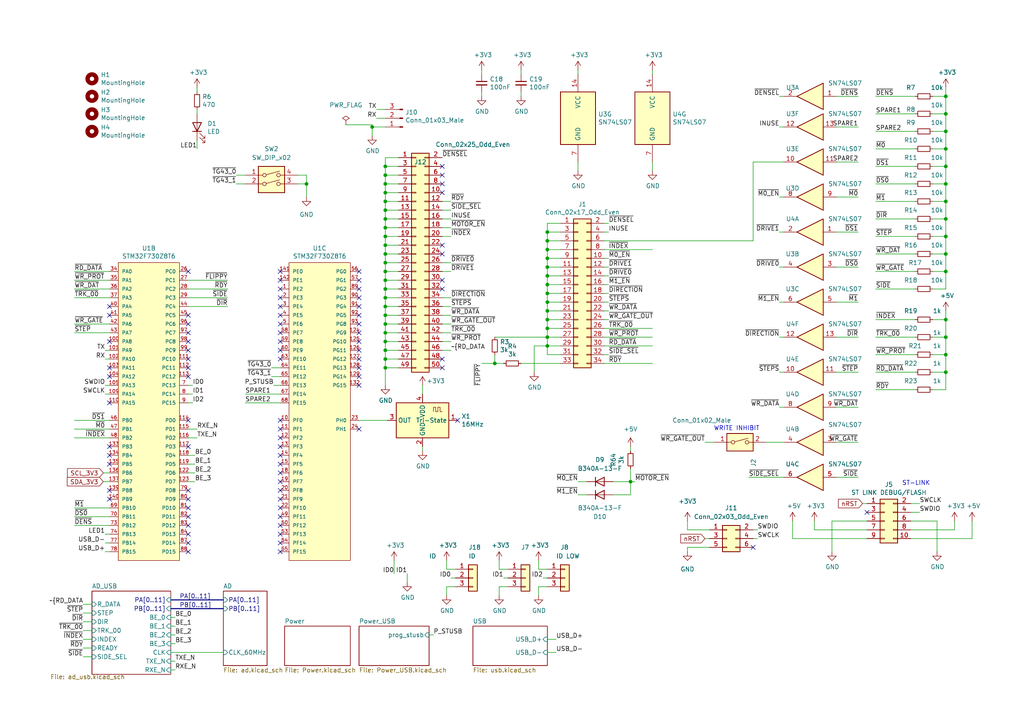
<source format=kicad_sch>
(kicad_sch (version 20211123) (generator eeschema)

  (uuid c1bac86f-cbf6-4c5b-b60d-c26fa73d9c09)

  (paper "A4")

  (title_block
    (title "Greaseweazle F7 Lighting, USB PD")
    (date "2022-11-15")
    (rev "2.01")
    (company "SweProj.com")
  )

  

  (junction (at 158.75 95.25) (diameter 0) (color 0 0 0 0)
    (uuid 01f82238-6335-48fe-8b0a-6853e227345a)
  )
  (junction (at 111.76 68.58) (diameter 0) (color 0 0 0 0)
    (uuid 068d7a7a-0f25-4de5-9cb5-2349a9191b50)
  )
  (junction (at 111.76 104.14) (diameter 0) (color 0 0 0 0)
    (uuid 0d6967d1-12be-4710-aef1-65627c2c9e8a)
  )
  (junction (at 158.75 77.47) (diameter 0) (color 0 0 0 0)
    (uuid 0fc5db66-6188-4c1f-bb14-0868bef113eb)
  )
  (junction (at 158.75 72.39) (diameter 0) (color 0 0 0 0)
    (uuid 10e52e95-44f3-4059-a86d-dcda603e0623)
  )
  (junction (at 111.76 58.42) (diameter 0) (color 0 0 0 0)
    (uuid 1187e9bb-7692-4dd1-9945-e39ef9e5ce5b)
  )
  (junction (at 158.75 92.71) (diameter 0) (color 0 0 0 0)
    (uuid 13bbfffc-affb-4b43-9eb1-f2ed90a8a919)
  )
  (junction (at 111.76 53.34) (diameter 0) (color 0 0 0 0)
    (uuid 14bfaf9f-b822-4cbc-aa30-b927236f307a)
  )
  (junction (at 158.75 90.17) (diameter 0) (color 0 0 0 0)
    (uuid 1ab71a3c-340b-469a-ada5-4f87f0b7b2fa)
  )
  (junction (at 158.75 82.55) (diameter 0) (color 0 0 0 0)
    (uuid 20caf6d2-76a7-497e-ac56-f6d31eb9027b)
  )
  (junction (at 274.32 38.1) (diameter 0) (color 0 0 0 0)
    (uuid 24adc223-60f0-4497-98a3-d664c5a13280)
  )
  (junction (at 158.75 69.85) (diameter 0) (color 0 0 0 0)
    (uuid 252f1275-081d-4d77-8bd5-3b9e6916ef42)
  )
  (junction (at 111.76 86.36) (diameter 0) (color 0 0 0 0)
    (uuid 2c99bd06-59a6-4b07-a512-6528fd43f4dc)
  )
  (junction (at 111.76 83.82) (diameter 0) (color 0 0 0 0)
    (uuid 35b2233e-2f59-44bf-93b3-2716d5b5b514)
  )
  (junction (at 111.76 78.74) (diameter 0) (color 0 0 0 0)
    (uuid 3857167d-f8fc-4da8-b232-a84de78f65eb)
  )
  (junction (at 158.75 74.93) (diameter 0) (color 0 0 0 0)
    (uuid 3c8d03bf-f31d-4aa0-b8db-a227ffd7d8d6)
  )
  (junction (at 274.32 92.71) (diameter 0) (color 0 0 0 0)
    (uuid 44b926bf-8bdd-4191-846d-2dfabab2cecb)
  )
  (junction (at 274.32 68.58) (diameter 0) (color 0 0 0 0)
    (uuid 4bbde53d-6894-4e18-9480-84a6a26d5f6b)
  )
  (junction (at 107.95 36.83) (diameter 0) (color 0 0 0 0)
    (uuid 542d1bcf-de02-4d57-bbbe-dd6f210c8c13)
  )
  (junction (at 88.9 53.34) (diameter 0) (color 0 0 0 0)
    (uuid 56ee0ed0-293b-48bb-9d64-787fea15f4f0)
  )
  (junction (at 111.76 50.8) (diameter 0) (color 0 0 0 0)
    (uuid 5c0b1897-8155-4679-9116-805919f75f96)
  )
  (junction (at 274.32 107.95) (diameter 0) (color 0 0 0 0)
    (uuid 5eb16f0d-ef1e-4549-97a1-19cd06ad7236)
  )
  (junction (at 158.75 85.09) (diameter 0) (color 0 0 0 0)
    (uuid 62a1f3d4-027d-4ecf-a37a-6fcf4263e9d2)
  )
  (junction (at 111.76 106.68) (diameter 0) (color 0 0 0 0)
    (uuid 6621a5a6-aa7a-4de2-9d29-1b200c13ada9)
  )
  (junction (at 111.76 88.9) (diameter 0) (color 0 0 0 0)
    (uuid 71e2c442-6854-420c-af35-dcfcf83456aa)
  )
  (junction (at 274.32 58.42) (diameter 0) (color 0 0 0 0)
    (uuid 749d9ed0-2ff2-4b55-abc5-f7231ec3aa28)
  )
  (junction (at 111.76 76.2) (diameter 0) (color 0 0 0 0)
    (uuid 7e59628a-e341-44cc-bf0f-f1b798a31f1a)
  )
  (junction (at 111.76 101.6) (diameter 0) (color 0 0 0 0)
    (uuid 7f8cd204-ec07-4f76-9072-92e7ccb38dd1)
  )
  (junction (at 111.76 93.98) (diameter 0) (color 0 0 0 0)
    (uuid 86d01cdf-5357-44e1-88d9-97c064cddc9b)
  )
  (junction (at 111.76 71.12) (diameter 0) (color 0 0 0 0)
    (uuid 8dbd51b4-44a2-4ec8-88cf-49079c3aa71e)
  )
  (junction (at 158.75 100.33) (diameter 0) (color 0 0 0 0)
    (uuid 8efee08b-b92e-4ba6-8722-c058e18114fe)
  )
  (junction (at 274.32 73.66) (diameter 0) (color 0 0 0 0)
    (uuid 9112ddd5-10d5-48b8-954f-f1d5adcacbd9)
  )
  (junction (at 274.32 43.18) (diameter 0) (color 0 0 0 0)
    (uuid 929a9b03-e99e-4b88-8e16-759f8c6b59a5)
  )
  (junction (at 111.76 91.44) (diameter 0) (color 0 0 0 0)
    (uuid 93d4a801-226a-48d7-8947-f1bfb7b16554)
  )
  (junction (at 111.76 81.28) (diameter 0) (color 0 0 0 0)
    (uuid 964e4e90-e12f-441c-9d6e-816439c420a1)
  )
  (junction (at 274.32 33.02) (diameter 0) (color 0 0 0 0)
    (uuid 98966de3-2364-43d8-a2e0-b03bb9487b03)
  )
  (junction (at 158.75 67.31) (diameter 0) (color 0 0 0 0)
    (uuid 98fe66f3-ec8b-4515-ae34-617f2124a7ec)
  )
  (junction (at 111.76 60.96) (diameter 0) (color 0 0 0 0)
    (uuid a91cedf1-2089-4c44-9b06-471821937b05)
  )
  (junction (at 274.32 53.34) (diameter 0) (color 0 0 0 0)
    (uuid aadc3df5-0e2d-4f3d-b72e-6f184da74c89)
  )
  (junction (at 111.76 48.26) (diameter 0) (color 0 0 0 0)
    (uuid adc65b09-91c2-4457-8ffe-d57980cf8d73)
  )
  (junction (at 274.32 63.5) (diameter 0) (color 0 0 0 0)
    (uuid af76ce95-feca-41fb-bf31-edaa26d6766a)
  )
  (junction (at 182.88 139.7) (diameter 0) (color 0 0 0 0)
    (uuid afacc12f-b097-4001-b889-9e6781913725)
  )
  (junction (at 143.51 105.41) (diameter 0) (color 0 0 0 0)
    (uuid b854a395-bfc6-4140-9640-75d4f9296771)
  )
  (junction (at 111.76 55.88) (diameter 0) (color 0 0 0 0)
    (uuid c1f5a21c-f5c2-44b0-9b58-90bde58c0d60)
  )
  (junction (at 274.32 102.87) (diameter 0) (color 0 0 0 0)
    (uuid c3a69550-c4fa-45d1-9aba-0bba47699cca)
  )
  (junction (at 274.32 78.74) (diameter 0) (color 0 0 0 0)
    (uuid ca9b74ce-0dee-401c-9544-f599f4cf538d)
  )
  (junction (at 111.76 99.06) (diameter 0) (color 0 0 0 0)
    (uuid cb63a9d8-a84d-43a5-8ff1-d18b1b48c54a)
  )
  (junction (at 274.32 27.94) (diameter 0) (color 0 0 0 0)
    (uuid da546d77-4b03-4562-8fc6-837fd68e7691)
  )
  (junction (at 111.76 96.52) (diameter 0) (color 0 0 0 0)
    (uuid e30dfecd-d78a-4507-91d6-d47619648416)
  )
  (junction (at 158.75 97.79) (diameter 0) (color 0 0 0 0)
    (uuid e6d68f56-4a40-4849-b8d1-13d5ca292900)
  )
  (junction (at 158.75 80.01) (diameter 0) (color 0 0 0 0)
    (uuid f6983918-fe05-46ea-b355-bc522ec53440)
  )
  (junction (at 274.32 97.79) (diameter 0) (color 0 0 0 0)
    (uuid f7070c76-b83b-43a9-a243-491723819616)
  )
  (junction (at 111.76 73.66) (diameter 0) (color 0 0 0 0)
    (uuid f70a4a9d-e097-4502-83aa-1f63e074f06b)
  )
  (junction (at 111.76 66.04) (diameter 0) (color 0 0 0 0)
    (uuid f82dfe8f-ba55-4ab9-a234-6aed39cd6ca4)
  )
  (junction (at 111.76 63.5) (diameter 0) (color 0 0 0 0)
    (uuid f91c051b-372e-45a5-ac05-790df945f858)
  )
  (junction (at 274.32 48.26) (diameter 0) (color 0 0 0 0)
    (uuid fc2e9f96-3bed-4896-b995-f56e799f1c77)
  )
  (junction (at 158.75 87.63) (diameter 0) (color 0 0 0 0)
    (uuid fc4ad874-c922-4070-89f9-7262080469d8)
  )

  (no_connect (at 54.61 99.06) (uuid 00891494-c03f-4b3e-809a-c84eb0c5ff0a))
  (no_connect (at 54.61 104.14) (uuid 024b81ed-7ca3-4557-b9fa-075644de96f7))
  (no_connect (at 31.75 116.84) (uuid 033fb47a-7330-48ce-ac5a-9fe1cb459eaf))
  (no_connect (at 81.28 139.7) (uuid 08714b46-29ca-4521-9566-29e040fc72cc))
  (no_connect (at 104.14 88.9) (uuid 1457e8f3-2460-440d-99d3-5b40eac43589))
  (no_connect (at 31.75 106.68) (uuid 17e5ed96-cc0f-4a4b-a700-6d7ef9acd7bc))
  (no_connect (at 54.61 91.44) (uuid 1e37fe91-3fc4-40b1-91c4-6c4ee1d6e125))
  (no_connect (at 54.61 147.32) (uuid 26eae7d0-939e-4b64-91c1-bf55949d2daf))
  (no_connect (at 81.28 81.28) (uuid 27007603-cd98-41a8-a7be-8db77e3ec570))
  (no_connect (at 218.44 158.75) (uuid 276dd34e-fc62-4ec0-a853-7be08f169b56))
  (no_connect (at 31.75 91.44) (uuid 2d870741-1f5a-4052-a22e-27571d815352))
  (no_connect (at 81.28 86.36) (uuid 2da23a18-3300-4252-b484-249181d69530))
  (no_connect (at 104.14 86.36) (uuid 300c371e-700b-496f-93f0-81a059d70460))
  (no_connect (at 81.28 127) (uuid 351e7c1c-f640-46bf-817e-0e5f388fa690))
  (no_connect (at 81.28 149.86) (uuid 36eb8b48-9fc4-4e61-80e9-937649cf4782))
  (no_connect (at 251.46 148.59) (uuid 37728c8e-efcc-462c-a749-47b6bfcbaf37))
  (no_connect (at 104.14 109.22) (uuid 3f893e9a-6fe6-4a4b-8258-268ba807dd4c))
  (no_connect (at 81.28 91.44) (uuid 4247a140-bbc6-42ed-9f12-5207475a1883))
  (no_connect (at 81.28 152.4) (uuid 42fbbe90-8164-4a79-b8b2-fd21b7d5f65c))
  (no_connect (at 31.75 132.08) (uuid 44f11401-c761-4962-89ab-032461972a58))
  (no_connect (at 31.75 142.24) (uuid 491aead6-9c4e-4fe5-aabe-d851483116da))
  (no_connect (at 81.28 124.46) (uuid 4cd0bd9f-817f-4e73-8746-dcc22ecd24ed))
  (no_connect (at 54.61 106.68) (uuid 54a777cf-b430-40e0-80a8-8b4acb62f375))
  (no_connect (at 81.28 104.14) (uuid 562e6b05-e9e1-41b7-bf27-4b3ad6810233))
  (no_connect (at 54.61 129.54) (uuid 5b9a50c7-ecff-4a29-9d0e-23fb747ba498))
  (no_connect (at 81.28 144.78) (uuid 643273c3-43c9-4ac4-86d8-c6a8eb457c15))
  (no_connect (at 104.14 106.68) (uuid 65914d90-2ecd-4afd-9dbb-4ff27ca3c0fa))
  (no_connect (at 104.14 78.74) (uuid 6ca02c22-abf9-4e6c-b9b7-6c93ab5b146f))
  (no_connect (at 54.61 96.52) (uuid 728bfe2b-ac1b-4f98-b4e8-b8663c1887da))
  (no_connect (at 54.61 93.98) (uuid 732d4189-9cf0-4564-bc31-49f2ca254fbb))
  (no_connect (at 54.61 160.02) (uuid 7bc95512-6329-4c23-b758-73f635511d06))
  (no_connect (at 81.28 96.52) (uuid 7e0a823a-2958-48c8-98d9-efdb7150bb81))
  (no_connect (at 31.75 99.06) (uuid 826fb3e4-1056-4f5f-956f-254f6941d336))
  (no_connect (at 104.14 83.82) (uuid 868a3433-d791-484e-9bb1-d9be133b4a21))
  (no_connect (at 81.28 157.48) (uuid 89315d23-03b7-46b1-81ee-6276bde90a82))
  (no_connect (at 81.28 137.16) (uuid 8a6dc8e4-8ddd-4bf1-b1ca-0495dd8ae127))
  (no_connect (at 54.61 152.4) (uuid 8c3e2ea9-ca92-4843-9074-44c21d854982))
  (no_connect (at 54.61 142.24) (uuid 8f790adc-8b38-4aac-8720-2e2b0dc659aa))
  (no_connect (at 132.715 121.92) (uuid 93af1374-af56-4fc8-af3f-6c16d61a0b21))
  (no_connect (at 81.28 93.98) (uuid 93e32358-1bdd-4e24-8b79-9054a0552b8a))
  (no_connect (at 81.28 134.62) (uuid 94300228-8a6b-43b4-8bd6-fde7b11076c8))
  (no_connect (at 104.14 111.76) (uuid 970b5190-6039-42f3-9c9c-64c50ef33fc2))
  (no_connect (at 81.28 101.6) (uuid 98337e12-9033-49eb-89cd-cc1afedfac6e))
  (no_connect (at 104.14 91.44) (uuid 994ec659-18e4-41e0-b6f4-15a99d6eabe3))
  (no_connect (at 31.75 109.22) (uuid 9bf407cf-f06a-48ac-8bea-4b5cfadd1384))
  (no_connect (at 128.27 53.34) (uuid 9ff8d6a5-7a30-44f2-b99b-6ecde8c232ac))
  (no_connect (at 128.27 55.88) (uuid 9ff8d6a5-7a30-44f2-b99b-6ecde8c232ad))
  (no_connect (at 128.27 71.12) (uuid 9ff8d6a5-7a30-44f2-b99b-6ecde8c232ae))
  (no_connect (at 128.27 48.26) (uuid 9ff8d6a5-7a30-44f2-b99b-6ecde8c232af))
  (no_connect (at 128.27 50.8) (uuid 9ff8d6a5-7a30-44f2-b99b-6ecde8c232b0))
  (no_connect (at 128.27 106.68) (uuid 9ff8d6a5-7a30-44f2-b99b-6ecde8c232b1))
  (no_connect (at 128.27 104.14) (uuid 9ff8d6a5-7a30-44f2-b99b-6ecde8c232b2))
  (no_connect (at 128.27 83.82) (uuid 9ff8d6a5-7a30-44f2-b99b-6ecde8c232b3))
  (no_connect (at 128.27 81.28) (uuid 9ff8d6a5-7a30-44f2-b99b-6ecde8c232b4))
  (no_connect (at 128.27 73.66) (uuid 9ff8d6a5-7a30-44f2-b99b-6ecde8c232b5))
  (no_connect (at 54.61 149.86) (uuid a7128e49-87e5-4854-ba63-ff1d53065189))
  (no_connect (at 81.28 147.32) (uuid ab5a8b90-558e-42dc-9b97-c893fb5a2b10))
  (no_connect (at 54.61 109.22) (uuid abb7db91-c8d0-49b9-ba9c-db0b048a9efe))
  (no_connect (at 54.61 144.78) (uuid ac72df19-9d81-40b9-913f-ca2d4db7827b))
  (no_connect (at 54.61 121.92) (uuid ae3b158c-9426-4780-9122-e8d1603ed7e1))
  (no_connect (at 104.14 99.06) (uuid ae68231e-4175-4e26-98a5-5fcd909d496b))
  (no_connect (at 81.28 132.08) (uuid b0e5a25e-ab68-45e1-b20b-c2a413556c18))
  (no_connect (at 31.75 88.9) (uuid b3f21f3f-128c-4e88-bcd2-38f966b77321))
  (no_connect (at 54.61 154.94) (uuid b5680de7-ae05-4ffb-b73d-7b0f27073ab6))
  (no_connect (at 81.28 160.02) (uuid b8406398-c88b-436a-9dd4-9aaaf6c5a488))
  (no_connect (at 81.28 83.82) (uuid bb55aca0-2551-4f41-b493-535b0a8afccc))
  (no_connect (at 104.14 124.46) (uuid be021e70-1a5b-4fc4-aa0c-41b42db09350))
  (no_connect (at 54.61 157.48) (uuid be98f734-3bc9-4d9c-97e5-20415c91c5d7))
  (no_connect (at 81.28 154.94) (uuid c44eb740-e633-485c-b41b-878872c1f69d))
  (no_connect (at 104.14 81.28) (uuid c75b0135-9e9d-4628-9762-267358c3bb33))
  (no_connect (at 104.14 93.98) (uuid c9f403fb-ed4d-4b33-adac-b0ef7f0d1d69))
  (no_connect (at 104.14 104.14) (uuid cb586b87-68d3-4355-b17f-2e06d5bf0e1d))
  (no_connect (at 31.75 144.78) (uuid cc4a2a56-97a6-492d-bc87-2abcaa1e59f5))
  (no_connect (at 104.14 101.6) (uuid cd1b4d44-9354-45f7-a49e-7e6ba6548bfd))
  (no_connect (at 81.28 142.24) (uuid d006523f-5372-4136-95eb-0454648c416c))
  (no_connect (at 104.14 96.52) (uuid d3741fbd-9f9b-42c7-b81f-2926ebc3b2ca))
  (no_connect (at 54.61 101.6) (uuid d47d1af6-c1eb-43a3-bb4e-f85f5c891f22))
  (no_connect (at 31.75 129.54) (uuid e1a096b2-4e3b-4c20-a010-5831605cd725))
  (no_connect (at 81.28 129.54) (uuid e4dc41c5-7dc7-4686-9bd0-3571dfbbd23a))
  (no_connect (at 81.28 121.92) (uuid ede20bd1-a6ee-466f-a29c-b8d337356dba))
  (no_connect (at 81.28 78.74) (uuid eec7dc80-1e4e-4381-a5d0-5cc426ef5a55))
  (no_connect (at 31.75 134.62) (uuid f370fbc7-327f-4578-a64e-261caa1f96b9))
  (no_connect (at 81.28 99.06) (uuid f3b3c682-3311-4e76-90db-0e5373f40533))
  (no_connect (at 54.61 78.74) (uuid f78abf3d-5695-4b76-b33f-d959d7b688e7))
  (no_connect (at 81.28 88.9) (uuid faa958cd-c104-4993-9160-c571d81aa390))

  (wire (pts (xy 30.48 101.6) (xy 31.75 101.6))
    (stroke (width 0) (type default) (color 0 0 0 0))
    (uuid 000b46d6-b833-4804-8f56-56d539f76d09)
  )
  (wire (pts (xy 111.76 66.04) (xy 111.76 68.58))
    (stroke (width 0) (type default) (color 0 0 0 0))
    (uuid 01dc798b-4c95-4d40-80b7-aa972004ee44)
  )
  (wire (pts (xy 129.54 170.18) (xy 132.08 170.18))
    (stroke (width 0) (type default) (color 0 0 0 0))
    (uuid 03e48a7d-cbfe-454a-bd5a-26805d2a84ce)
  )
  (wire (pts (xy 128.27 78.74) (xy 130.81 78.74))
    (stroke (width 0) (type default) (color 0 0 0 0))
    (uuid 042b8bea-9219-4f6a-89b3-599bbdfa8b93)
  )
  (wire (pts (xy 177.8 143.51) (xy 182.88 143.51))
    (stroke (width 0) (type default) (color 0 0 0 0))
    (uuid 04657fbf-e375-4129-bf29-87f895ae9e9c)
  )
  (wire (pts (xy 111.76 71.12) (xy 115.57 71.12))
    (stroke (width 0) (type default) (color 0 0 0 0))
    (uuid 04d7fd83-a6aa-4987-9e20-3d50c265b831)
  )
  (wire (pts (xy 242.57 128.27) (xy 248.92 128.27))
    (stroke (width 0) (type default) (color 0 0 0 0))
    (uuid 05d3e08e-e1f9-46cf-93d0-836d1306d03a)
  )
  (wire (pts (xy 111.76 48.26) (xy 115.57 48.26))
    (stroke (width 0) (type default) (color 0 0 0 0))
    (uuid 05d6ed65-9b0b-47fc-9d52-3f81dfc32551)
  )
  (wire (pts (xy 128.27 88.9) (xy 130.81 88.9))
    (stroke (width 0) (type default) (color 0 0 0 0))
    (uuid 05e3b151-dc12-4701-912e-3bf8070597d8)
  )
  (wire (pts (xy 175.26 100.33) (xy 189.23 100.33))
    (stroke (width 0) (type default) (color 0 0 0 0))
    (uuid 06665bf8-cef1-4e75-8d5b-1537b3c1b090)
  )
  (wire (pts (xy 274.32 83.82) (xy 274.32 78.74))
    (stroke (width 0) (type default) (color 0 0 0 0))
    (uuid 099473f1-6598-46ff-a50f-4c520832170d)
  )
  (wire (pts (xy 128.27 91.44) (xy 130.81 91.44))
    (stroke (width 0) (type default) (color 0 0 0 0))
    (uuid 0a1f756a-03ad-48d1-a3cc-07b1e91bf6b5)
  )
  (wire (pts (xy 21.59 124.46) (xy 31.75 124.46))
    (stroke (width 0) (type default) (color 0 0 0 0))
    (uuid 0c5dddf1-38df-43d2-b49c-e7b691dab0ab)
  )
  (wire (pts (xy 158.75 67.31) (xy 158.75 69.85))
    (stroke (width 0) (type default) (color 0 0 0 0))
    (uuid 0dfdfa9f-1e3f-4e14-b64b-12bde76a80c7)
  )
  (wire (pts (xy 162.56 100.33) (xy 158.75 100.33))
    (stroke (width 0) (type default) (color 0 0 0 0))
    (uuid 0e249018-17e7-42b3-ae5d-5ebf3ae299ae)
  )
  (wire (pts (xy 29.972 137.16) (xy 31.75 137.16))
    (stroke (width 0) (type default) (color 0 0 0 0))
    (uuid 0e7ad38a-9a9f-4f7f-85da-d397ca1ffbd3)
  )
  (wire (pts (xy 86.36 50.8) (xy 88.9 50.8))
    (stroke (width 0) (type default) (color 0 0 0 0))
    (uuid 0ec8848f-4be5-421c-bcfc-a66d819b129d)
  )
  (wire (pts (xy 111.76 91.44) (xy 115.57 91.44))
    (stroke (width 0) (type default) (color 0 0 0 0))
    (uuid 105d2701-5e63-4eb3-8241-5608caa465c8)
  )
  (wire (pts (xy 86.36 53.34) (xy 88.9 53.34))
    (stroke (width 0) (type default) (color 0 0 0 0))
    (uuid 114a2768-e1fd-4d16-9d75-a2b2dcf3668d)
  )
  (wire (pts (xy 281.94 156.21) (xy 281.94 151.13))
    (stroke (width 0) (type default) (color 0 0 0 0))
    (uuid 11c7c8d4-4c4b-4330-bb59-1eec2e98b255)
  )
  (wire (pts (xy 274.32 43.18) (xy 270.51 43.18))
    (stroke (width 0) (type default) (color 0 0 0 0))
    (uuid 13ac70df-e9b9-44e5-96e6-20f0b0dc6a3a)
  )
  (wire (pts (xy 226.06 67.31) (xy 227.33 67.31))
    (stroke (width 0) (type default) (color 0 0 0 0))
    (uuid 14064e1b-d8db-4b96-9159-f0491d3e5f02)
  )
  (wire (pts (xy 162.56 80.01) (xy 158.75 80.01))
    (stroke (width 0) (type default) (color 0 0 0 0))
    (uuid 142dd724-2a9f-4eea-ab21-209b1bc7ec65)
  )
  (wire (pts (xy 158.75 80.01) (xy 158.75 77.47))
    (stroke (width 0) (type default) (color 0 0 0 0))
    (uuid 15a82541-58d8-45b5-99c5-fb52e017e3ea)
  )
  (wire (pts (xy 274.32 92.71) (xy 274.32 90.17))
    (stroke (width 0) (type default) (color 0 0 0 0))
    (uuid 1732b93f-cd0e-4ca4-a905-bb406354ca33)
  )
  (wire (pts (xy 274.32 107.95) (xy 274.32 102.87))
    (stroke (width 0) (type default) (color 0 0 0 0))
    (uuid 17cf1c88-8d51-4538-aa76-e35ac22d0ed0)
  )
  (wire (pts (xy 218.44 46.99) (xy 227.33 46.99))
    (stroke (width 0) (type default) (color 0 0 0 0))
    (uuid 17ed3508-fa2e-4593-a799-bfd39a6cc14d)
  )
  (wire (pts (xy 49.53 184.15) (xy 50.8 184.15))
    (stroke (width 0) (type default) (color 0 0 0 0))
    (uuid 18372a25-ed01-47c8-be92-161857f6e1d7)
  )
  (wire (pts (xy 31.75 127) (xy 21.59 127))
    (stroke (width 0) (type default) (color 0 0 0 0))
    (uuid 1855ca44-ab48-4b76-a210-97fc81d916c4)
  )
  (wire (pts (xy 270.51 83.82) (xy 274.32 83.82))
    (stroke (width 0) (type default) (color 0 0 0 0))
    (uuid 1876c30c-72b2-4a8d-9f32-bf8b213530b4)
  )
  (wire (pts (xy 24.13 190.5) (xy 26.67 190.5))
    (stroke (width 0) (type default) (color 0 0 0 0))
    (uuid 197737a3-f629-4847-a3bd-29bbed8e8513)
  )
  (wire (pts (xy 71.12 114.3) (xy 81.28 114.3))
    (stroke (width 0) (type default) (color 0 0 0 0))
    (uuid 1bf7d0f9-0dcf-4d7c-b58c-318e3dc42bc9)
  )
  (wire (pts (xy 242.57 97.79) (xy 248.92 97.79))
    (stroke (width 0) (type default) (color 0 0 0 0))
    (uuid 1c052668-6749-425a-9a77-35f046c8aa39)
  )
  (wire (pts (xy 129.54 170.18) (xy 129.54 172.72))
    (stroke (width 0) (type default) (color 0 0 0 0))
    (uuid 1c24771c-19d1-4407-9c2f-255b7ddf0492)
  )
  (wire (pts (xy 30.48 157.48) (xy 31.75 157.48))
    (stroke (width 0) (type default) (color 0 0 0 0))
    (uuid 1de61170-5337-44c5-ba28-bd477db4bff1)
  )
  (wire (pts (xy 49.53 191.77) (xy 50.8 191.77))
    (stroke (width 0) (type default) (color 0 0 0 0))
    (uuid 1e6339d5-f0ee-4a4b-9faf-4b2631e397d5)
  )
  (wire (pts (xy 111.76 101.6) (xy 111.76 104.14))
    (stroke (width 0) (type default) (color 0 0 0 0))
    (uuid 1f261883-4501-4c16-8f24-011b93c7b7c4)
  )
  (wire (pts (xy 111.76 60.96) (xy 111.76 63.5))
    (stroke (width 0) (type default) (color 0 0 0 0))
    (uuid 1f848839-e564-450f-a963-ebf13ca910f5)
  )
  (wire (pts (xy 30.48 111.76) (xy 31.75 111.76))
    (stroke (width 0) (type default) (color 0 0 0 0))
    (uuid 2102c637-9f11-48f1-aae6-b4139dc22be2)
  )
  (wire (pts (xy 54.61 134.62) (xy 56.515 134.62))
    (stroke (width 0) (type default) (color 0 0 0 0))
    (uuid 21768691-1e43-45ea-b868-82651819b936)
  )
  (wire (pts (xy 54.61 132.08) (xy 56.515 132.08))
    (stroke (width 0) (type default) (color 0 0 0 0))
    (uuid 22349afa-99b6-4268-ade5-32f12de232db)
  )
  (wire (pts (xy 144.78 170.18) (xy 147.32 170.18))
    (stroke (width 0) (type default) (color 0 0 0 0))
    (uuid 22b49795-d138-447a-8a67-2f87ad0d4bd4)
  )
  (wire (pts (xy 218.44 156.21) (xy 219.71 156.21))
    (stroke (width 0) (type default) (color 0 0 0 0))
    (uuid 22c1623e-dd8d-428b-b9ae-ebb3a532b396)
  )
  (wire (pts (xy 128.27 99.06) (xy 130.81 99.06))
    (stroke (width 0) (type default) (color 0 0 0 0))
    (uuid 2447f5f1-b3d5-43aa-959f-88436ebed06d)
  )
  (wire (pts (xy 88.9 50.8) (xy 88.9 53.34))
    (stroke (width 0) (type default) (color 0 0 0 0))
    (uuid 2572e34f-bfb2-4fa7-969f-a04e338d6e2f)
  )
  (wire (pts (xy 111.76 106.68) (xy 115.57 106.68))
    (stroke (width 0) (type default) (color 0 0 0 0))
    (uuid 26f6b829-e63c-496a-b791-5dd68c7ead9d)
  )
  (wire (pts (xy 30.48 114.3) (xy 31.75 114.3))
    (stroke (width 0) (type default) (color 0 0 0 0))
    (uuid 272c2a78-b5f5-4b61-aed3-ec69e0e92729)
  )
  (wire (pts (xy 274.32 38.1) (xy 274.32 43.18))
    (stroke (width 0) (type default) (color 0 0 0 0))
    (uuid 278a91dc-d57d-4a5c-a045-34b6bd84131f)
  )
  (wire (pts (xy 274.32 25.4) (xy 274.32 27.94))
    (stroke (width 0) (type default) (color 0 0 0 0))
    (uuid 29126f72-63f7-4275-8b12-6b96a71c6f17)
  )
  (wire (pts (xy 254 53.34) (xy 265.43 53.34))
    (stroke (width 0) (type default) (color 0 0 0 0))
    (uuid 291935ec-f8ff-41f0-8717-e68b8af7b8c1)
  )
  (wire (pts (xy 114.3 162.56) (xy 114.3 166.37))
    (stroke (width 0) (type default) (color 0 0 0 0))
    (uuid 291baaf6-406d-492c-8388-51e68532cfbf)
  )
  (wire (pts (xy 111.76 88.9) (xy 111.76 91.44))
    (stroke (width 0) (type default) (color 0 0 0 0))
    (uuid 2b5319a3-2b4f-4c5e-b61e-a7934593e487)
  )
  (wire (pts (xy 128.27 86.36) (xy 130.81 86.36))
    (stroke (width 0) (type default) (color 0 0 0 0))
    (uuid 2b8c6538-2116-4527-a026-b4925dd2ee57)
  )
  (wire (pts (xy 57.15 31.75) (xy 57.15 33.02))
    (stroke (width 0) (type default) (color 0 0 0 0))
    (uuid 2ba25c40-ea42-478e-9150-1d94fa1c8ae9)
  )
  (wire (pts (xy 274.32 27.94) (xy 274.32 33.02))
    (stroke (width 0) (type default) (color 0 0 0 0))
    (uuid 2ea8fa6f-efc3-40fe-bcf9-05bfa46ead4f)
  )
  (wire (pts (xy 270.51 92.71) (xy 274.32 92.71))
    (stroke (width 0) (type default) (color 0 0 0 0))
    (uuid 2f0570b6-86da-47a8-9e56-ce60c431c534)
  )
  (wire (pts (xy 162.56 87.63) (xy 158.75 87.63))
    (stroke (width 0) (type default) (color 0 0 0 0))
    (uuid 2f291a4b-4ecb-4692-9ad2-324f9784c0d4)
  )
  (wire (pts (xy 264.16 156.21) (xy 281.94 156.21))
    (stroke (width 0) (type default) (color 0 0 0 0))
    (uuid 300aa512-2f66-4c26-a530-50c091b3a099)
  )
  (wire (pts (xy 78.74 106.68) (xy 81.28 106.68))
    (stroke (width 0) (type default) (color 0 0 0 0))
    (uuid 3036ba32-a371-4e05-a934-abb44d31f530)
  )
  (wire (pts (xy 111.76 73.66) (xy 115.57 73.66))
    (stroke (width 0) (type default) (color 0 0 0 0))
    (uuid 3102a495-c747-4ebd-910d-ccca3f28177b)
  )
  (wire (pts (xy 158.75 90.17) (xy 158.75 87.63))
    (stroke (width 0) (type default) (color 0 0 0 0))
    (uuid 319639ae-c2c5-486d-93b1-d03bb1b64252)
  )
  (wire (pts (xy 111.76 86.36) (xy 111.76 88.9))
    (stroke (width 0) (type default) (color 0 0 0 0))
    (uuid 32cfb255-fdbf-4c67-9adf-72dba031ac4d)
  )
  (wire (pts (xy 49.53 181.61) (xy 50.8 181.61))
    (stroke (width 0) (type default) (color 0 0 0 0))
    (uuid 341ec5b3-c64a-4b70-8a9f-cdadc79f8893)
  )
  (wire (pts (xy 254 43.18) (xy 265.43 43.18))
    (stroke (width 0) (type default) (color 0 0 0 0))
    (uuid 35fb7c56-dc85-43f7-b954-81b8040a8500)
  )
  (wire (pts (xy 130.81 167.64) (xy 132.08 167.64))
    (stroke (width 0) (type default) (color 0 0 0 0))
    (uuid 3656bb3f-f8a4-4f3a-8e9a-ec6203c87a56)
  )
  (wire (pts (xy 111.76 101.6) (xy 115.57 101.6))
    (stroke (width 0) (type default) (color 0 0 0 0))
    (uuid 395f28d9-5d9e-4a88-b7ad-8a1df4610090)
  )
  (wire (pts (xy 241.3 151.13) (xy 251.46 151.13))
    (stroke (width 0) (type default) (color 0 0 0 0))
    (uuid 39845449-7a31-4262-86b1-e7af14a6659f)
  )
  (wire (pts (xy 158.75 67.31) (xy 162.56 67.31))
    (stroke (width 0) (type default) (color 0 0 0 0))
    (uuid 3a41dd27-ec14-44d5-b505-aad1d829f79a)
  )
  (wire (pts (xy 162.56 90.17) (xy 158.75 90.17))
    (stroke (width 0) (type default) (color 0 0 0 0))
    (uuid 3a70978e-dcc2-4620-a99c-514362812927)
  )
  (wire (pts (xy 54.61 83.82) (xy 66.04 83.82))
    (stroke (width 0) (type default) (color 0 0 0 0))
    (uuid 3b65c51e-c243-447e-bee9-832d94c1630e)
  )
  (wire (pts (xy 144.78 162.56) (xy 144.78 165.1))
    (stroke (width 0) (type default) (color 0 0 0 0))
    (uuid 3c3e06bd-c8bb-4ec8-84e0-f7f9437909b3)
  )
  (wire (pts (xy 100.33 36.195) (xy 107.95 36.195))
    (stroke (width 0) (type default) (color 0 0 0 0))
    (uuid 3d658213-87c1-4ec1-8d7a-e38d061627b3)
  )
  (wire (pts (xy 162.56 82.55) (xy 158.75 82.55))
    (stroke (width 0) (type default) (color 0 0 0 0))
    (uuid 3d6cdd62-5634-4e30-acf8-1b9c1dbf6653)
  )
  (wire (pts (xy 49.53 179.07) (xy 50.8 179.07))
    (stroke (width 0) (type default) (color 0 0 0 0))
    (uuid 3db24eb3-cf1d-4362-9d9c-83f79ae00e7a)
  )
  (wire (pts (xy 199.39 153.67) (xy 205.74 153.67))
    (stroke (width 0) (type default) (color 0 0 0 0))
    (uuid 3ec95abd-e81e-441d-9d27-b430f8003396)
  )
  (wire (pts (xy 129.54 165.1) (xy 132.08 165.1))
    (stroke (width 0) (type default) (color 0 0 0 0))
    (uuid 3f1ae028-5eb5-4638-9698-eea3446a90d1)
  )
  (wire (pts (xy 111.76 58.42) (xy 115.57 58.42))
    (stroke (width 0) (type default) (color 0 0 0 0))
    (uuid 3f329a8f-e359-4d98-956d-6a077a40e514)
  )
  (wire (pts (xy 175.26 85.09) (xy 176.53 85.09))
    (stroke (width 0) (type default) (color 0 0 0 0))
    (uuid 3f7513cb-6fe5-481f-8bc3-13eed2580912)
  )
  (wire (pts (xy 274.32 113.03) (xy 274.32 107.95))
    (stroke (width 0) (type default) (color 0 0 0 0))
    (uuid 3fa05934-8ad1-40a9-af5c-98ad298eb412)
  )
  (wire (pts (xy 21.59 96.52) (xy 31.75 96.52))
    (stroke (width 0) (type default) (color 0 0 0 0))
    (uuid 4160bbf7-ffff-4c5c-a647-5ee58ddecf06)
  )
  (wire (pts (xy 122.555 111.76) (xy 122.555 114.3))
    (stroke (width 0) (type default) (color 0 0 0 0))
    (uuid 41c18011-40db-4384-9ba4-c0158d0d9d6a)
  )
  (wire (pts (xy 158.75 185.42) (xy 161.29 185.42))
    (stroke (width 0) (type default) (color 0 0 0 0))
    (uuid 42b61d5b-39d6-462b-b2cc-57656078085f)
  )
  (wire (pts (xy 111.76 34.29) (xy 109.22 34.29))
    (stroke (width 0) (type default) (color 0 0 0 0))
    (uuid 42bd0f96-a831-406e-abb7-03ed1bbd785f)
  )
  (wire (pts (xy 88.9 53.34) (xy 88.9 57.15))
    (stroke (width 0) (type default) (color 0 0 0 0))
    (uuid 460a89a1-c9e5-44e6-806f-b581d43ece37)
  )
  (wire (pts (xy 274.32 33.02) (xy 274.32 38.1))
    (stroke (width 0) (type default) (color 0 0 0 0))
    (uuid 4641c87c-bffa-41fe-ae77-be3a97a6f797)
  )
  (wire (pts (xy 264.16 153.67) (xy 276.86 153.67))
    (stroke (width 0) (type default) (color 0 0 0 0))
    (uuid 46491a9d-8b3d-4c74-b09a-70c876f162e5)
  )
  (wire (pts (xy 156.21 165.1) (xy 158.75 165.1))
    (stroke (width 0) (type default) (color 0 0 0 0))
    (uuid 4888c330-f8fa-492d-aa6f-da06d2350187)
  )
  (wire (pts (xy 156.21 162.56) (xy 156.21 165.1))
    (stroke (width 0) (type default) (color 0 0 0 0))
    (uuid 48c34b19-0b1a-4994-ab08-825d4c2b7c6b)
  )
  (wire (pts (xy 111.76 73.66) (xy 111.76 76.2))
    (stroke (width 0) (type default) (color 0 0 0 0))
    (uuid 4905470f-e5d5-44e9-bdea-3395fa3a3921)
  )
  (wire (pts (xy 254 107.95) (xy 265.43 107.95))
    (stroke (width 0) (type default) (color 0 0 0 0))
    (uuid 49488c82-6277-4d05-a051-6a9df142c373)
  )
  (wire (pts (xy 254 58.42) (xy 265.43 58.42))
    (stroke (width 0) (type default) (color 0 0 0 0))
    (uuid 49a65079-57a9-46fc-8711-1d7f2cab8dbf)
  )
  (wire (pts (xy 30.48 160.02) (xy 31.75 160.02))
    (stroke (width 0) (type default) (color 0 0 0 0))
    (uuid 49b5f540-e128-4e08-bb09-f321f8e64056)
  )
  (wire (pts (xy 274.32 38.1) (xy 270.51 38.1))
    (stroke (width 0) (type default) (color 0 0 0 0))
    (uuid 4cc0e615-05a0-4f42-a208-4011ba8ef841)
  )
  (wire (pts (xy 111.76 55.88) (xy 111.76 58.42))
    (stroke (width 0) (type default) (color 0 0 0 0))
    (uuid 4cdd7089-c144-4631-a49d-c738e3706227)
  )
  (wire (pts (xy 274.32 58.42) (xy 274.32 53.34))
    (stroke (width 0) (type default) (color 0 0 0 0))
    (uuid 4cfd9a02-97ef-4af4-a6b8-db9be1a8fda5)
  )
  (wire (pts (xy 175.26 90.17) (xy 176.53 90.17))
    (stroke (width 0) (type default) (color 0 0 0 0))
    (uuid 4e563ce6-c7b9-4224-ace7-42cd7b117034)
  )
  (wire (pts (xy 254 38.1) (xy 265.43 38.1))
    (stroke (width 0) (type default) (color 0 0 0 0))
    (uuid 4e677390-a246-4ca0-954c-746e0870f88f)
  )
  (wire (pts (xy 182.88 129.54) (xy 182.88 130.81))
    (stroke (width 0) (type default) (color 0 0 0 0))
    (uuid 4fa74df1-ebd8-46ed-bf5b-d6c582baafde)
  )
  (wire (pts (xy 154.94 100.33) (xy 154.94 107.95))
    (stroke (width 0) (type default) (color 0 0 0 0))
    (uuid 52a8f1be-73ca-41a8-bc24-2320706b0ec1)
  )
  (wire (pts (xy 139.7 26.67) (xy 139.7 27.94))
    (stroke (width 0) (type default) (color 0 0 0 0))
    (uuid 53719fc4-141e-4c58-98cd-ab3bf9a4e1c0)
  )
  (wire (pts (xy 270.51 68.58) (xy 274.32 68.58))
    (stroke (width 0) (type default) (color 0 0 0 0))
    (uuid 54ed3ee1-891b-418e-ab9c-6a18747d7388)
  )
  (wire (pts (xy 31.75 152.4) (xy 21.59 152.4))
    (stroke (width 0) (type default) (color 0 0 0 0))
    (uuid 5576cd03-3bad-40c5-9316-1d286895d52a)
  )
  (wire (pts (xy 144.78 165.1) (xy 147.32 165.1))
    (stroke (width 0) (type default) (color 0 0 0 0))
    (uuid 559e1426-1fb6-47d1-a873-ab4aaa368ae6)
  )
  (wire (pts (xy 111.76 31.75) (xy 109.22 31.75))
    (stroke (width 0) (type default) (color 0 0 0 0))
    (uuid 57543893-39bf-4d83-b4e0-8d020b4a6d48)
  )
  (wire (pts (xy 274.32 97.79) (xy 274.32 92.71))
    (stroke (width 0) (type default) (color 0 0 0 0))
    (uuid 58126faf-01a4-4f91-8e8c-ca9e47b48048)
  )
  (wire (pts (xy 254 83.82) (xy 265.43 83.82))
    (stroke (width 0) (type default) (color 0 0 0 0))
    (uuid 58cc7831-f944-4d33-8c61-2fd5bebc61e0)
  )
  (wire (pts (xy 111.76 99.06) (xy 111.76 101.6))
    (stroke (width 0) (type default) (color 0 0 0 0))
    (uuid 5a498b94-152d-4c3c-b168-67379cce2165)
  )
  (wire (pts (xy 167.64 20.32) (xy 167.64 21.59))
    (stroke (width 0) (type default) (color 0 0 0 0))
    (uuid 5b70b09b-6762-4725-9d48-805300c0bdc8)
  )
  (wire (pts (xy 21.59 93.98) (xy 31.75 93.98))
    (stroke (width 0) (type default) (color 0 0 0 0))
    (uuid 5bab6a37-1fdf-4cf8-b571-44c962ed86e9)
  )
  (wire (pts (xy 175.26 80.01) (xy 176.53 80.01))
    (stroke (width 0) (type default) (color 0 0 0 0))
    (uuid 5c72c984-d4a8-4f48-9a7a-2aa9b6284609)
  )
  (wire (pts (xy 177.8 139.7) (xy 182.88 139.7))
    (stroke (width 0) (type default) (color 0 0 0 0))
    (uuid 5e34b255-874b-4b5f-a1f3-79e323d9278a)
  )
  (wire (pts (xy 111.76 76.2) (xy 111.76 78.74))
    (stroke (width 0) (type default) (color 0 0 0 0))
    (uuid 5f2e9c21-b36e-4432-b901-39c98c054570)
  )
  (wire (pts (xy 128.27 101.6) (xy 130.81 101.6))
    (stroke (width 0) (type default) (color 0 0 0 0))
    (uuid 5fe9a8c1-579e-4b33-a28f-2287de31bc8f)
  )
  (wire (pts (xy 204.47 128.27) (xy 207.01 128.27))
    (stroke (width 0) (type default) (color 0 0 0 0))
    (uuid 60a6b889-b680-4b8b-8f73-0633fe94c5ba)
  )
  (wire (pts (xy 111.76 86.36) (xy 115.57 86.36))
    (stroke (width 0) (type default) (color 0 0 0 0))
    (uuid 6123de74-e7fc-4738-8ff4-abd5233ea3f0)
  )
  (wire (pts (xy 175.26 82.55) (xy 176.53 82.55))
    (stroke (width 0) (type default) (color 0 0 0 0))
    (uuid 61447001-96f3-4ac4-a932-91f733b21544)
  )
  (wire (pts (xy 21.59 83.82) (xy 31.75 83.82))
    (stroke (width 0) (type default) (color 0 0 0 0))
    (uuid 6150c02b-beb5-4af1-951e-3666a285a6ea)
  )
  (wire (pts (xy 175.26 102.87) (xy 176.53 102.87))
    (stroke (width 0) (type default) (color 0 0 0 0))
    (uuid 620d0d18-5248-4410-bb06-dea084235707)
  )
  (wire (pts (xy 158.75 72.39) (xy 162.56 72.39))
    (stroke (width 0) (type default) (color 0 0 0 0))
    (uuid 62e8c4d4-266c-4e53-8981-1028251d724c)
  )
  (wire (pts (xy 274.32 48.26) (xy 270.51 48.26))
    (stroke (width 0) (type default) (color 0 0 0 0))
    (uuid 631c7be5-8dc2-4df4-ab73-737bb928e763)
  )
  (wire (pts (xy 143.51 102.87) (xy 143.51 105.41))
    (stroke (width 0) (type default) (color 0 0 0 0))
    (uuid 633292d3-80c5-4986-be82-ce926e9f09f4)
  )
  (wire (pts (xy 158.75 100.33) (xy 158.75 97.79))
    (stroke (width 0) (type default) (color 0 0 0 0))
    (uuid 63489ebf-0f52-43a6-a0ab-158b1a7d4988)
  )
  (wire (pts (xy 254 27.94) (xy 265.43 27.94))
    (stroke (width 0) (type default) (color 0 0 0 0))
    (uuid 637e9edf-ffed-49a2-8408-fa110c9a4c79)
  )
  (wire (pts (xy 226.06 77.47) (xy 227.33 77.47))
    (stroke (width 0) (type default) (color 0 0 0 0))
    (uuid 643a0e14-1c81-4883-9037-039c243acc5c)
  )
  (wire (pts (xy 111.76 50.8) (xy 115.57 50.8))
    (stroke (width 0) (type default) (color 0 0 0 0))
    (uuid 649fe687-776d-40a8-8956-cf56be8678e1)
  )
  (wire (pts (xy 236.22 153.67) (xy 251.46 153.67))
    (stroke (width 0) (type default) (color 0 0 0 0))
    (uuid 64d1d0fe-4fd6-4a55-8314-56a651e1ccab)
  )
  (wire (pts (xy 175.26 74.93) (xy 176.53 74.93))
    (stroke (width 0) (type default) (color 0 0 0 0))
    (uuid 663516d2-919a-4a92-bdfb-fab0b7a33e92)
  )
  (wire (pts (xy 175.26 97.79) (xy 189.23 97.79))
    (stroke (width 0) (type default) (color 0 0 0 0))
    (uuid 66ca01b3-51ff-4294-9b77-4492e98f6aec)
  )
  (wire (pts (xy 128.27 66.04) (xy 130.81 66.04))
    (stroke (width 0) (type default) (color 0 0 0 0))
    (uuid 6807b074-032b-4c51-b22d-e941de673402)
  )
  (wire (pts (xy 24.13 175.26) (xy 26.67 175.26))
    (stroke (width 0) (type default) (color 0 0 0 0))
    (uuid 68191023-0d18-4f99-a293-00db5ad9e7a0)
  )
  (wire (pts (xy 111.76 91.44) (xy 111.76 93.98))
    (stroke (width 0) (type default) (color 0 0 0 0))
    (uuid 6823c850-9a49-4624-92ab-0fa22f6fef1e)
  )
  (wire (pts (xy 128.27 58.42) (xy 130.81 58.42))
    (stroke (width 0) (type default) (color 0 0 0 0))
    (uuid 692165ae-3334-4d40-a34f-38277ee462be)
  )
  (wire (pts (xy 54.61 124.46) (xy 57.15 124.46))
    (stroke (width 0) (type default) (color 0 0 0 0))
    (uuid 6a70becb-201a-40d0-89c1-812e1e681e52)
  )
  (wire (pts (xy 254 68.58) (xy 265.43 68.58))
    (stroke (width 0) (type default) (color 0 0 0 0))
    (uuid 6ae963fb-e34f-4e11-9adf-78839a5b2ef1)
  )
  (wire (pts (xy 158.75 72.39) (xy 158.75 74.93))
    (stroke (width 0) (type default) (color 0 0 0 0))
    (uuid 6b91a3ee-fdcd-4bfe-ad57-c8d5ea9903a8)
  )
  (wire (pts (xy 242.57 118.11) (xy 248.92 118.11))
    (stroke (width 0) (type default) (color 0 0 0 0))
    (uuid 6bd46644-7209-4d4d-acd8-f4c0d045bc61)
  )
  (wire (pts (xy 274.32 43.18) (xy 274.32 48.26))
    (stroke (width 0) (type default) (color 0 0 0 0))
    (uuid 6d2a06fb-0b1e-452a-ab38-11a5f45e1b32)
  )
  (wire (pts (xy 49.53 194.31) (xy 50.8 194.31))
    (stroke (width 0) (type default) (color 0 0 0 0))
    (uuid 6e6b92ab-7f1b-4573-8552-037452a50e96)
  )
  (wire (pts (xy 156.21 170.18) (xy 158.75 170.18))
    (stroke (width 0) (type default) (color 0 0 0 0))
    (uuid 6f5a9f10-1b2c-4916-b4e5-cb5bd0f851a0)
  )
  (wire (pts (xy 175.26 105.41) (xy 189.23 105.41))
    (stroke (width 0) (type default) (color 0 0 0 0))
    (uuid 6ff9bb63-d6fd-4e32-bb60-7ac65509c2e9)
  )
  (wire (pts (xy 31.75 78.74) (xy 21.59 78.74))
    (stroke (width 0) (type default) (color 0 0 0 0))
    (uuid 706c1cb9-5d96-4282-9efc-6147f0125147)
  )
  (wire (pts (xy 226.06 57.15) (xy 227.33 57.15))
    (stroke (width 0) (type default) (color 0 0 0 0))
    (uuid 709b97c7-c0c7-478c-bd89-4135c69c0161)
  )
  (wire (pts (xy 24.13 187.96) (xy 26.67 187.96))
    (stroke (width 0) (type default) (color 0 0 0 0))
    (uuid 70a2e356-245d-4d32-a1fc-9371f952d347)
  )
  (wire (pts (xy 236.22 151.13) (xy 236.22 153.67))
    (stroke (width 0) (type default) (color 0 0 0 0))
    (uuid 70cda344-73be-4466-a097-1fd56f3b19e2)
  )
  (wire (pts (xy 128.27 60.96) (xy 130.81 60.96))
    (stroke (width 0) (type default) (color 0 0 0 0))
    (uuid 71deed4a-3525-41c7-864c-419bd64a18d8)
  )
  (wire (pts (xy 217.17 138.43) (xy 227.33 138.43))
    (stroke (width 0) (type default) (color 0 0 0 0))
    (uuid 71ee0878-3a21-46c5-9585-084073e61e46)
  )
  (wire (pts (xy 162.56 97.79) (xy 158.75 97.79))
    (stroke (width 0) (type default) (color 0 0 0 0))
    (uuid 71f8d568-0f23-4ff2-8e60-1600ce517a48)
  )
  (wire (pts (xy 54.61 88.9) (xy 66.04 88.9))
    (stroke (width 0) (type default) (color 0 0 0 0))
    (uuid 722636b6-8ff0-452f-9357-23deb317d921)
  )
  (wire (pts (xy 54.61 111.76) (xy 55.88 111.76))
    (stroke (width 0) (type default) (color 0 0 0 0))
    (uuid 7273dd21-e834-41d3-b279-d7de727709ca)
  )
  (wire (pts (xy 111.76 78.74) (xy 111.76 81.28))
    (stroke (width 0) (type default) (color 0 0 0 0))
    (uuid 732adcdb-5400-4b48-b390-9c07efe3787d)
  )
  (wire (pts (xy 111.76 68.58) (xy 111.76 71.12))
    (stroke (width 0) (type default) (color 0 0 0 0))
    (uuid 73c09a8e-334a-415d-8fcf-2f80e5530386)
  )
  (wire (pts (xy 254 48.26) (xy 265.43 48.26))
    (stroke (width 0) (type default) (color 0 0 0 0))
    (uuid 73ee7e03-97a8-4121-b568-c25f3934a935)
  )
  (wire (pts (xy 162.56 77.47) (xy 158.75 77.47))
    (stroke (width 0) (type default) (color 0 0 0 0))
    (uuid 74f5ec08-7600-4a0b-a9e4-aae29f9ea08a)
  )
  (wire (pts (xy 270.51 58.42) (xy 274.32 58.42))
    (stroke (width 0) (type default) (color 0 0 0 0))
    (uuid 751d823e-1d7b-4501-9658-d06d459b0e16)
  )
  (wire (pts (xy 111.76 58.42) (xy 111.76 60.96))
    (stroke (width 0) (type default) (color 0 0 0 0))
    (uuid 7555990b-6425-4e86-89df-79d641461153)
  )
  (wire (pts (xy 158.75 85.09) (xy 158.75 82.55))
    (stroke (width 0) (type default) (color 0 0 0 0))
    (uuid 759788bd-3cb9-4d38-b58c-5cb10b7dca6b)
  )
  (wire (pts (xy 143.51 97.79) (xy 158.75 97.79))
    (stroke (width 0) (type default) (color 0 0 0 0))
    (uuid 7744b6ee-910d-401d-b730-65c35d3d8092)
  )
  (wire (pts (xy 111.76 45.72) (xy 111.76 48.26))
    (stroke (width 0) (type default) (color 0 0 0 0))
    (uuid 79418ab7-d09c-4c13-9426-59e88a9a6e18)
  )
  (wire (pts (xy 111.76 68.58) (xy 115.57 68.58))
    (stroke (width 0) (type default) (color 0 0 0 0))
    (uuid 7ad6872e-544b-496c-b63f-ef820d73efe1)
  )
  (wire (pts (xy 78.74 109.22) (xy 81.28 109.22))
    (stroke (width 0) (type default) (color 0 0 0 0))
    (uuid 7b70c41a-7204-4f10-80ea-4ef9a4ee9e3f)
  )
  (wire (pts (xy 158.75 97.79) (xy 158.75 95.25))
    (stroke (width 0) (type default) (color 0 0 0 0))
    (uuid 7c00778a-4692-4f9b-87d5-2d355077ce1e)
  )
  (wire (pts (xy 107.95 36.195) (xy 107.95 36.83))
    (stroke (width 0) (type default) (color 0 0 0 0))
    (uuid 7d856ed4-2211-4e0b-8f57-f63e4ba404e4)
  )
  (wire (pts (xy 158.75 102.87) (xy 158.75 100.33))
    (stroke (width 0) (type default) (color 0 0 0 0))
    (uuid 7db990e4-92e1-4f99-b4d2-435bbec1ba83)
  )
  (wire (pts (xy 128.27 76.2) (xy 130.81 76.2))
    (stroke (width 0) (type default) (color 0 0 0 0))
    (uuid 7e4acdae-bb82-4c28-bdbc-521d32bd98f8)
  )
  (wire (pts (xy 118.11 166.37) (xy 118.11 168.91))
    (stroke (width 0) (type default) (color 0 0 0 0))
    (uuid 80a0ec3e-8559-4e62-8a7d-014f201a8630)
  )
  (wire (pts (xy 264.16 148.59) (xy 266.7 148.59))
    (stroke (width 0) (type default) (color 0 0 0 0))
    (uuid 80f8c1b4-10dd-40fe-b7f7-67988bc3ad81)
  )
  (wire (pts (xy 111.76 66.04) (xy 115.57 66.04))
    (stroke (width 0) (type default) (color 0 0 0 0))
    (uuid 81942b2b-e9f9-4911-a8e1-de17115edd34)
  )
  (wire (pts (xy 226.06 36.83) (xy 227.33 36.83))
    (stroke (width 0) (type default) (color 0 0 0 0))
    (uuid 830f705c-6254-4bfd-97c9-b4a49db1c87a)
  )
  (wire (pts (xy 111.76 60.96) (xy 115.57 60.96))
    (stroke (width 0) (type default) (color 0 0 0 0))
    (uuid 83a028cb-daf6-43c6-bb0d-a9bb6cd2a863)
  )
  (wire (pts (xy 189.23 20.32) (xy 189.23 21.59))
    (stroke (width 0) (type default) (color 0 0 0 0))
    (uuid 843b53af-dd34-4db8-aa6b-5035b25affc7)
  )
  (wire (pts (xy 182.88 143.51) (xy 182.88 139.7))
    (stroke (width 0) (type default) (color 0 0 0 0))
    (uuid 84544935-1faf-4126-88f6-e96cd0681253)
  )
  (wire (pts (xy 175.26 92.71) (xy 176.53 92.71))
    (stroke (width 0) (type default) (color 0 0 0 0))
    (uuid 84573600-cda0-4425-92c4-d7541d59592f)
  )
  (wire (pts (xy 111.76 81.28) (xy 115.57 81.28))
    (stroke (width 0) (type default) (color 0 0 0 0))
    (uuid 84eb08f1-0a1f-4d6f-8c5c-d15a819ccdd5)
  )
  (wire (pts (xy 218.44 153.67) (xy 219.71 153.67))
    (stroke (width 0) (type default) (color 0 0 0 0))
    (uuid 85ccc615-869a-4036-82a2-a7ac8bd5531a)
  )
  (wire (pts (xy 49.53 186.69) (xy 50.8 186.69))
    (stroke (width 0) (type default) (color 0 0 0 0))
    (uuid 86bc49f4-68c7-472b-a547-30f1290af584)
  )
  (wire (pts (xy 139.7 20.32) (xy 139.7 21.59))
    (stroke (width 0) (type default) (color 0 0 0 0))
    (uuid 8765371a-21c2-4fe3-a3af-88f5eb1f02a0)
  )
  (wire (pts (xy 254 63.5) (xy 265.43 63.5))
    (stroke (width 0) (type default) (color 0 0 0 0))
    (uuid 87ba184f-bff5-4989-8217-6af375cc3dd8)
  )
  (wire (pts (xy 111.76 99.06) (xy 115.57 99.06))
    (stroke (width 0) (type default) (color 0 0 0 0))
    (uuid 87d21a28-f5ce-4361-b5cf-47858dfef8d8)
  )
  (wire (pts (xy 264.16 146.05) (xy 266.7 146.05))
    (stroke (width 0) (type default) (color 0 0 0 0))
    (uuid 883105b0-f6a6-466b-ba58-a2fcc1f18e4b)
  )
  (wire (pts (xy 54.61 86.36) (xy 66.04 86.36))
    (stroke (width 0) (type default) (color 0 0 0 0))
    (uuid 88deea08-baa5-4041-beb7-01c299cf00e6)
  )
  (wire (pts (xy 146.05 167.64) (xy 147.32 167.64))
    (stroke (width 0) (type default) (color 0 0 0 0))
    (uuid 8a31a6e8-de50-46d8-9f88-57e4d3d98a89)
  )
  (bus (pts (xy 49.53 173.99) (xy 64.77 173.99))
    (stroke (width 0) (type default) (color 0 0 0 0))
    (uuid 8a5d3cc0-5e58-4772-b8ed-616d461ac222)
  )

  (wire (pts (xy 104.14 121.92) (xy 112.395 121.92))
    (stroke (width 0) (type default) (color 0 0 0 0))
    (uuid 8a8ab9d8-b8d7-4bb4-a217-42d273c00eb7)
  )
  (wire (pts (xy 274.32 63.5) (xy 274.32 58.42))
    (stroke (width 0) (type default) (color 0 0 0 0))
    (uuid 8a8c373f-9bc3-4cf7-8f41-4802da916698)
  )
  (wire (pts (xy 107.95 39.37) (xy 107.95 36.83))
    (stroke (width 0) (type default) (color 0 0 0 0))
    (uuid 8cb5a828-8cef-4784-b78d-175b49646952)
  )
  (wire (pts (xy 115.57 45.72) (xy 111.76 45.72))
    (stroke (width 0) (type default) (color 0 0 0 0))
    (uuid 8eaf6a06-4675-4396-80ad-3f0aec3cf44d)
  )
  (wire (pts (xy 111.76 93.98) (xy 111.76 96.52))
    (stroke (width 0) (type default) (color 0 0 0 0))
    (uuid 8f73769d-d6ee-4481-af51-f24a2b202099)
  )
  (wire (pts (xy 157.48 167.64) (xy 158.75 167.64))
    (stroke (width 0) (type default) (color 0 0 0 0))
    (uuid 8ff8ff6e-d217-46cc-b48c-9a03cdac2032)
  )
  (wire (pts (xy 24.13 182.88) (xy 26.67 182.88))
    (stroke (width 0) (type default) (color 0 0 0 0))
    (uuid 90358cb2-bdb6-48de-8f7b-fde76fb4cd36)
  )
  (wire (pts (xy 111.76 50.8) (xy 111.76 53.34))
    (stroke (width 0) (type default) (color 0 0 0 0))
    (uuid 911422e1-2c1b-4b48-98bf-1cfa390d5967)
  )
  (wire (pts (xy 111.76 83.82) (xy 111.76 86.36))
    (stroke (width 0) (type default) (color 0 0 0 0))
    (uuid 915cd6f0-d23f-4be4-a6bd-9624a37012b0)
  )
  (wire (pts (xy 71.12 116.84) (xy 81.28 116.84))
    (stroke (width 0) (type default) (color 0 0 0 0))
    (uuid 9208ea78-8dde-4b3d-91e9-5755ab5efd9a)
  )
  (wire (pts (xy 270.51 63.5) (xy 274.32 63.5))
    (stroke (width 0) (type default) (color 0 0 0 0))
    (uuid 92761c09-a591-4c8e-af4d-e0e2262cb01d)
  )
  (wire (pts (xy 31.75 86.36) (xy 21.59 86.36))
    (stroke (width 0) (type default) (color 0 0 0 0))
    (uuid 93ac15d8-5f91-4361-acff-be4992b93b51)
  )
  (wire (pts (xy 222.25 128.27) (xy 227.33 128.27))
    (stroke (width 0) (type default) (color 0 0 0 0))
    (uuid 93fce3d9-6366-4fd6-9cb4-5dea61c5fc4f)
  )
  (wire (pts (xy 24.13 177.8) (xy 26.67 177.8))
    (stroke (width 0) (type default) (color 0 0 0 0))
    (uuid 94dbbf07-776e-489c-bf10-aad9fddb4b70)
  )
  (wire (pts (xy 175.26 67.31) (xy 176.53 67.31))
    (stroke (width 0) (type default) (color 0 0 0 0))
    (uuid 9628da2d-251a-42dd-b606-c284cad02d89)
  )
  (wire (pts (xy 21.59 149.86) (xy 31.75 149.86))
    (stroke (width 0) (type default) (color 0 0 0 0))
    (uuid 966ee9ec-860e-45bb-af89-30bda72b2032)
  )
  (wire (pts (xy 54.61 81.28) (xy 66.04 81.28))
    (stroke (width 0) (type default) (color 0 0 0 0))
    (uuid 968a6172-7a4e-40ab-a78a-e4d03671e136)
  )
  (wire (pts (xy 111.76 53.34) (xy 115.57 53.34))
    (stroke (width 0) (type default) (color 0 0 0 0))
    (uuid 96aa2b8a-4424-4fb9-8558-aee17effda2c)
  )
  (bus (pts (xy 49.53 176.53) (xy 64.77 176.53))
    (stroke (width 0) (type default) (color 0 0 0 0))
    (uuid 9710ec47-7e55-45b4-abed-e335e0b81e28)
  )

  (wire (pts (xy 158.75 95.25) (xy 158.75 92.71))
    (stroke (width 0) (type default) (color 0 0 0 0))
    (uuid 97581b9a-3f6b-4e88-8768-6fdb60e6aca6)
  )
  (wire (pts (xy 128.27 96.52) (xy 130.81 96.52))
    (stroke (width 0) (type default) (color 0 0 0 0))
    (uuid 98840b25-f2e8-4b5f-abb6-8c14da6c0152)
  )
  (wire (pts (xy 226.06 97.79) (xy 227.33 97.79))
    (stroke (width 0) (type default) (color 0 0 0 0))
    (uuid 9a7dc00e-0d3f-4329-ac3d-e2f4d39382c9)
  )
  (wire (pts (xy 107.95 36.83) (xy 111.76 36.83))
    (stroke (width 0) (type default) (color 0 0 0 0))
    (uuid 9bb406d9-c650-4e67-9a26-3195d4de542e)
  )
  (wire (pts (xy 111.76 55.88) (xy 115.57 55.88))
    (stroke (width 0) (type default) (color 0 0 0 0))
    (uuid 9bd4c0f8-c3c0-4d90-8fbb-f0f029ee301b)
  )
  (wire (pts (xy 21.59 81.28) (xy 31.75 81.28))
    (stroke (width 0) (type default) (color 0 0 0 0))
    (uuid 9c2999b2-1cf1-4204-9d23-243401b77aa3)
  )
  (wire (pts (xy 274.32 27.94) (xy 270.51 27.94))
    (stroke (width 0) (type default) (color 0 0 0 0))
    (uuid 9da1ace0-4181-4f12-80f8-16786a9e5c07)
  )
  (wire (pts (xy 242.57 87.63) (xy 248.92 87.63))
    (stroke (width 0) (type default) (color 0 0 0 0))
    (uuid 9db16341-dac0-4aab-9c62-7d88c111c1ce)
  )
  (wire (pts (xy 270.51 97.79) (xy 274.32 97.79))
    (stroke (width 0) (type default) (color 0 0 0 0))
    (uuid 9e136ac4-5d28-4814-9ebf-c30c372bc2ec)
  )
  (wire (pts (xy 254 92.71) (xy 265.43 92.71))
    (stroke (width 0) (type default) (color 0 0 0 0))
    (uuid 9e2492fd-e074-42db-8129-fe39460dc1e0)
  )
  (wire (pts (xy 29.972 139.7) (xy 31.75 139.7))
    (stroke (width 0) (type default) (color 0 0 0 0))
    (uuid a1a5f77e-d865-42f1-9d75-c27e95794088)
  )
  (wire (pts (xy 175.26 72.39) (xy 189.23 72.39))
    (stroke (width 0) (type default) (color 0 0 0 0))
    (uuid a239fd1d-dfbb-49fd-b565-8c3de9dcf42b)
  )
  (wire (pts (xy 79.375 111.76) (xy 81.28 111.76))
    (stroke (width 0) (type default) (color 0 0 0 0))
    (uuid a4c0b8b4-bcb0-4ae2-9dfe-2530d03fe318)
  )
  (wire (pts (xy 162.56 92.71) (xy 158.75 92.71))
    (stroke (width 0) (type default) (color 0 0 0 0))
    (uuid a5c8e189-1ddc-4a66-984b-e0fd1529d346)
  )
  (wire (pts (xy 111.76 48.26) (xy 111.76 50.8))
    (stroke (width 0) (type default) (color 0 0 0 0))
    (uuid a7688449-9952-4584-8101-9ab6d851dcd2)
  )
  (wire (pts (xy 226.06 87.63) (xy 227.33 87.63))
    (stroke (width 0) (type default) (color 0 0 0 0))
    (uuid a81c142a-a1f2-4334-bd16-60dba1bd4309)
  )
  (wire (pts (xy 124.46 184.15) (xy 125.73 184.15))
    (stroke (width 0) (type default) (color 0 0 0 0))
    (uuid a8f1baa1-2b08-47ad-bea9-d3b3dfc53b4f)
  )
  (wire (pts (xy 175.26 64.77) (xy 176.53 64.77))
    (stroke (width 0) (type default) (color 0 0 0 0))
    (uuid a9c5e8cb-7e6c-477b-a602-f739a18c5503)
  )
  (wire (pts (xy 128.27 68.58) (xy 130.81 68.58))
    (stroke (width 0) (type default) (color 0 0 0 0))
    (uuid a9c73773-0e9e-46cb-a0a7-3f1b8d377e9e)
  )
  (wire (pts (xy 242.57 46.99) (xy 248.92 46.99))
    (stroke (width 0) (type default) (color 0 0 0 0))
    (uuid aa047297-22f8-4de0-a969-0b3451b8e164)
  )
  (wire (pts (xy 144.78 170.18) (xy 144.78 172.72))
    (stroke (width 0) (type default) (color 0 0 0 0))
    (uuid aa48ec10-373c-4362-ad1d-b391c597316c)
  )
  (wire (pts (xy 242.57 67.31) (xy 248.92 67.31))
    (stroke (width 0) (type default) (color 0 0 0 0))
    (uuid ab8b0540-9c9f-4195-88f5-7bed0b0a8ed6)
  )
  (wire (pts (xy 111.76 96.52) (xy 115.57 96.52))
    (stroke (width 0) (type default) (color 0 0 0 0))
    (uuid abe306dd-1edd-4fdd-87f4-7ca5963c9ea7)
  )
  (wire (pts (xy 111.76 104.14) (xy 115.57 104.14))
    (stroke (width 0) (type default) (color 0 0 0 0))
    (uuid ac0380df-fedb-4df2-985d-2d7af79c1b50)
  )
  (wire (pts (xy 57.15 25.4) (xy 57.15 26.67))
    (stroke (width 0) (type default) (color 0 0 0 0))
    (uuid acb6c3f3-e677-4f35-9fc2-138ba10f33af)
  )
  (wire (pts (xy 271.78 151.13) (xy 271.78 160.02))
    (stroke (width 0) (type default) (color 0 0 0 0))
    (uuid adcbf4d0-ed9c-4c7d-b78f-3bcbe974bdcb)
  )
  (wire (pts (xy 24.13 180.34) (xy 26.67 180.34))
    (stroke (width 0) (type default) (color 0 0 0 0))
    (uuid aeaadbdf-86af-4f08-9da0-3d321e9b530e)
  )
  (wire (pts (xy 68.58 53.34) (xy 71.12 53.34))
    (stroke (width 0) (type default) (color 0 0 0 0))
    (uuid af3cc109-862a-4cfb-8f3d-1fa76867efce)
  )
  (wire (pts (xy 274.32 53.34) (xy 274.32 48.26))
    (stroke (width 0) (type default) (color 0 0 0 0))
    (uuid b21299b9-3c4d-43df-b399-7f9b08eb5470)
  )
  (wire (pts (xy 254 33.02) (xy 265.43 33.02))
    (stroke (width 0) (type default) (color 0 0 0 0))
    (uuid b456cffc-d9d7-4c91-91f2-36ec9a65dd1b)
  )
  (wire (pts (xy 204.47 156.21) (xy 205.74 156.21))
    (stroke (width 0) (type default) (color 0 0 0 0))
    (uuid b645d226-73c2-4fa2-99d4-8f77587b4ca2)
  )
  (wire (pts (xy 270.51 113.03) (xy 274.32 113.03))
    (stroke (width 0) (type default) (color 0 0 0 0))
    (uuid b7b00984-6ab1-482e-b4b4-67cac44d44da)
  )
  (wire (pts (xy 242.57 77.47) (xy 248.92 77.47))
    (stroke (width 0) (type default) (color 0 0 0 0))
    (uuid b7d06af4-a5b1-447f-9b1a-8b44eb1cc204)
  )
  (wire (pts (xy 175.26 95.25) (xy 189.23 95.25))
    (stroke (width 0) (type default) (color 0 0 0 0))
    (uuid b9d4de74-d246-495d-8b63-12ab2133d6d6)
  )
  (wire (pts (xy 158.75 82.55) (xy 158.75 80.01))
    (stroke (width 0) (type default) (color 0 0 0 0))
    (uuid bb59b92a-e4d0-4b9e-82cd-26304f5c15b8)
  )
  (wire (pts (xy 111.76 93.98) (xy 115.57 93.98))
    (stroke (width 0) (type default) (color 0 0 0 0))
    (uuid bcd30c68-6a0c-4d48-b059-36bb89da1e79)
  )
  (wire (pts (xy 111.76 83.82) (xy 115.57 83.82))
    (stroke (width 0) (type default) (color 0 0 0 0))
    (uuid bd0dd8cc-2030-49e6-af9c-fd81a82f9d87)
  )
  (wire (pts (xy 158.75 74.93) (xy 162.56 74.93))
    (stroke (width 0) (type default) (color 0 0 0 0))
    (uuid bd793ae5-cde5-43f6-8def-1f95f35b1be6)
  )
  (wire (pts (xy 242.57 107.95) (xy 248.92 107.95))
    (stroke (width 0) (type default) (color 0 0 0 0))
    (uuid befdfbe5-f3e5-423b-a34e-7bba3f218536)
  )
  (wire (pts (xy 111.76 63.5) (xy 111.76 66.04))
    (stroke (width 0) (type default) (color 0 0 0 0))
    (uuid bf48d325-aa3e-4b5d-9567-32fa56f5e35b)
  )
  (wire (pts (xy 57.15 40.64) (xy 57.15 43.18))
    (stroke (width 0) (type default) (color 0 0 0 0))
    (uuid bf8d857b-70bf-41ee-a068-5771461e04e9)
  )
  (wire (pts (xy 54.61 114.3) (xy 55.88 114.3))
    (stroke (width 0) (type default) (color 0 0 0 0))
    (uuid c15b2f75-2e10-4b71-bebb-e2b872171b92)
  )
  (wire (pts (xy 254 113.03) (xy 265.43 113.03))
    (stroke (width 0) (type default) (color 0 0 0 0))
    (uuid c20aea50-e9e4-4978-b938-d613d445aab7)
  )
  (wire (pts (xy 270.51 53.34) (xy 274.32 53.34))
    (stroke (width 0) (type default) (color 0 0 0 0))
    (uuid c210293b-1d7a-4e96-92e9-058784106727)
  )
  (wire (pts (xy 229.87 156.21) (xy 251.46 156.21))
    (stroke (width 0) (type default) (color 0 0 0 0))
    (uuid c2a9d834-7cb1-4ec5-b0ba-ae56215ff9fc)
  )
  (wire (pts (xy 68.58 50.8) (xy 71.12 50.8))
    (stroke (width 0) (type default) (color 0 0 0 0))
    (uuid c32397b2-e014-45d8-b63d-e72b10005f84)
  )
  (wire (pts (xy 128.27 63.5) (xy 130.81 63.5))
    (stroke (width 0) (type default) (color 0 0 0 0))
    (uuid c3c540e1-6789-4fb5-a7f3-e013ed58d2f0)
  )
  (wire (pts (xy 274.32 78.74) (xy 274.32 73.66))
    (stroke (width 0) (type default) (color 0 0 0 0))
    (uuid c3d5daf8-d359-42b2-a7c2-0d080ba7e212)
  )
  (wire (pts (xy 111.76 53.34) (xy 111.76 55.88))
    (stroke (width 0) (type default) (color 0 0 0 0))
    (uuid c634a039-7d21-44f5-afe8-c31a95f913fa)
  )
  (wire (pts (xy 264.16 151.13) (xy 271.78 151.13))
    (stroke (width 0) (type default) (color 0 0 0 0))
    (uuid c6bba6d7-3631-448e-9df8-b5a9e3238ade)
  )
  (wire (pts (xy 158.75 92.71) (xy 158.75 90.17))
    (stroke (width 0) (type default) (color 0 0 0 0))
    (uuid c71f56c1-5b7c-4373-9716-fffac482104c)
  )
  (wire (pts (xy 54.61 127) (xy 57.15 127))
    (stroke (width 0) (type default) (color 0 0 0 0))
    (uuid c78fe4d2-3bca-4944-970b-90c59993e3ea)
  )
  (wire (pts (xy 162.56 64.77) (xy 158.75 64.77))
    (stroke (width 0) (type default) (color 0 0 0 0))
    (uuid c7df8431-dcf5-4ab4-b8f8-21c1cafc5246)
  )
  (wire (pts (xy 167.64 143.51) (xy 170.18 143.51))
    (stroke (width 0) (type default) (color 0 0 0 0))
    (uuid c8263b20-79fc-4839-a962-2f02144545a4)
  )
  (wire (pts (xy 229.87 151.13) (xy 229.87 156.21))
    (stroke (width 0) (type default) (color 0 0 0 0))
    (uuid c9badf80-21f8-404a-b5df-18e98bffebf9)
  )
  (wire (pts (xy 21.59 121.92) (xy 31.75 121.92))
    (stroke (width 0) (type default) (color 0 0 0 0))
    (uuid ca56e1ad-54bf-4df5-a4f7-99f5d61d0de9)
  )
  (wire (pts (xy 175.26 87.63) (xy 176.53 87.63))
    (stroke (width 0) (type default) (color 0 0 0 0))
    (uuid caec258f-08ad-4a14-a897-c865492c6866)
  )
  (wire (pts (xy 205.74 158.75) (xy 199.39 158.75))
    (stroke (width 0) (type default) (color 0 0 0 0))
    (uuid caecdfb7-ad32-4c62-85bf-e74b77cca81e)
  )
  (wire (pts (xy 111.76 63.5) (xy 115.57 63.5))
    (stroke (width 0) (type default) (color 0 0 0 0))
    (uuid cc82dc36-4024-423c-8da3-2d14d47e5181)
  )
  (wire (pts (xy 162.56 102.87) (xy 158.75 102.87))
    (stroke (width 0) (type default) (color 0 0 0 0))
    (uuid cd5e758d-cb66-484a-ae8b-21f53ceee49e)
  )
  (wire (pts (xy 182.88 139.7) (xy 182.88 135.89))
    (stroke (width 0) (type default) (color 0 0 0 0))
    (uuid ceaf7d3e-c900-458e-a1b1-b52da1114534)
  )
  (wire (pts (xy 30.48 104.14) (xy 31.75 104.14))
    (stroke (width 0) (type default) (color 0 0 0 0))
    (uuid ceb12634-32ca-4cbf-9ff5-5e8b53ab18ad)
  )
  (wire (pts (xy 143.51 105.41) (xy 139.7 105.41))
    (stroke (width 0) (type default) (color 0 0 0 0))
    (uuid d0cd3439-276c-41ba-b38d-f84f6da38415)
  )
  (wire (pts (xy 111.76 76.2) (xy 115.57 76.2))
    (stroke (width 0) (type default) (color 0 0 0 0))
    (uuid d23f7535-a044-4247-95d7-457cdd1c122f)
  )
  (wire (pts (xy 226.06 107.95) (xy 227.33 107.95))
    (stroke (width 0) (type default) (color 0 0 0 0))
    (uuid d25b2628-ae11-499a-9364-d37bc176f51a)
  )
  (wire (pts (xy 156.21 170.18) (xy 156.21 172.72))
    (stroke (width 0) (type default) (color 0 0 0 0))
    (uuid d2db53d0-2821-4ebe-bf21-b864eac8ca44)
  )
  (wire (pts (xy 54.61 137.16) (xy 56.515 137.16))
    (stroke (width 0) (type default) (color 0 0 0 0))
    (uuid d38388e6-e9fd-4b8f-b41b-1bbc34e47cb3)
  )
  (wire (pts (xy 158.75 64.77) (xy 158.75 67.31))
    (stroke (width 0) (type default) (color 0 0 0 0))
    (uuid d38aa458-d7c4-47af-ba08-2b6be506a3fd)
  )
  (wire (pts (xy 226.06 118.11) (xy 227.33 118.11))
    (stroke (width 0) (type default) (color 0 0 0 0))
    (uuid d3a871af-3e46-4a18-909a-afda82616114)
  )
  (wire (pts (xy 218.44 69.85) (xy 218.44 46.99))
    (stroke (width 0) (type default) (color 0 0 0 0))
    (uuid d3a97c30-4ac8-4098-8132-98f3b6543eaa)
  )
  (wire (pts (xy 270.51 78.74) (xy 274.32 78.74))
    (stroke (width 0) (type default) (color 0 0 0 0))
    (uuid d3dd7cdb-b730-487d-804d-99150ba318ef)
  )
  (wire (pts (xy 111.76 71.12) (xy 111.76 73.66))
    (stroke (width 0) (type default) (color 0 0 0 0))
    (uuid d41a5206-cc17-4bcb-8c5a-8e7f7357a9a3)
  )
  (wire (pts (xy 254 73.66) (xy 265.43 73.66))
    (stroke (width 0) (type default) (color 0 0 0 0))
    (uuid d45d1afe-78e6-4045-862c-b274469da903)
  )
  (wire (pts (xy 250.19 146.05) (xy 251.46 146.05))
    (stroke (width 0) (type default) (color 0 0 0 0))
    (uuid d4e4ffa8-e3e2-4590-b9df-630d1880f3e4)
  )
  (wire (pts (xy 111.76 81.28) (xy 111.76 83.82))
    (stroke (width 0) (type default) (color 0 0 0 0))
    (uuid d5752e0f-5ead-4438-8daf-6a0f62b20fff)
  )
  (wire (pts (xy 175.26 77.47) (xy 176.53 77.47))
    (stroke (width 0) (type default) (color 0 0 0 0))
    (uuid d5cd321f-154d-44fc-8d43-4ec6816b5a0c)
  )
  (wire (pts (xy 189.23 46.99) (xy 189.23 49.53))
    (stroke (width 0) (type default) (color 0 0 0 0))
    (uuid d5f4d798-57d3-493b-b57c-3b6e89508879)
  )
  (wire (pts (xy 122.555 129.54) (xy 122.555 130.81))
    (stroke (width 0) (type default) (color 0 0 0 0))
    (uuid d655bb0a-cbf9-4908-ad60-7024ff468fbd)
  )
  (wire (pts (xy 175.26 69.85) (xy 218.44 69.85))
    (stroke (width 0) (type default) (color 0 0 0 0))
    (uuid d86b23c2-4505-475a-b56c-9a20b82b4564)
  )
  (wire (pts (xy 54.61 139.7) (xy 56.515 139.7))
    (stroke (width 0) (type default) (color 0 0 0 0))
    (uuid d9d0e002-c676-4481-b5ab-bdd0a5e964a1)
  )
  (wire (pts (xy 151.13 20.32) (xy 151.13 21.59))
    (stroke (width 0) (type default) (color 0 0 0 0))
    (uuid da337fe1-c322-4637-ad26-2622b82ac8ee)
  )
  (wire (pts (xy 31.75 147.32) (xy 21.59 147.32))
    (stroke (width 0) (type default) (color 0 0 0 0))
    (uuid db6412d3-e6c3-4bdd-abf4-a8f55d56df31)
  )
  (wire (pts (xy 162.56 95.25) (xy 158.75 95.25))
    (stroke (width 0) (type default) (color 0 0 0 0))
    (uuid dbe92a0d-89cb-4d3f-9497-c2c1d93a3018)
  )
  (wire (pts (xy 199.39 158.75) (xy 199.39 160.02))
    (stroke (width 0) (type default) (color 0 0 0 0))
    (uuid dc2434c5-9883-49e3-a65f-233a4b4287b8)
  )
  (wire (pts (xy 241.3 160.02) (xy 241.3 151.13))
    (stroke (width 0) (type default) (color 0 0 0 0))
    (uuid dd6c35f3-ae45-4706-ad6f-8028797ca8e0)
  )
  (wire (pts (xy 182.88 139.7) (xy 184.15 139.7))
    (stroke (width 0) (type default) (color 0 0 0 0))
    (uuid dda0e41f-1d9a-4045-be58-aba2f0b0530f)
  )
  (wire (pts (xy 143.51 105.41) (xy 146.05 105.41))
    (stroke (width 0) (type default) (color 0 0 0 0))
    (uuid dda1e6ca-91ec-4136-b90b-3c54d79454b9)
  )
  (wire (pts (xy 242.57 36.83) (xy 248.92 36.83))
    (stroke (width 0) (type default) (color 0 0 0 0))
    (uuid df3dc9a2-ba40-4c3a-87fe-61cc8e23d71b)
  )
  (wire (pts (xy 151.13 26.67) (xy 151.13 27.94))
    (stroke (width 0) (type default) (color 0 0 0 0))
    (uuid dff67d5c-d976-4516-ae67-dbbdb70f8ddd)
  )
  (wire (pts (xy 265.43 102.87) (xy 254 102.87))
    (stroke (width 0) (type default) (color 0 0 0 0))
    (uuid e04b8c10-725b-4bde-8cbf-66bfea5053e6)
  )
  (wire (pts (xy 226.06 27.94) (xy 227.33 27.94))
    (stroke (width 0) (type default) (color 0 0 0 0))
    (uuid e0d598e4-d700-418e-81d8-4a06e1fafba0)
  )
  (wire (pts (xy 270.51 73.66) (xy 274.32 73.66))
    (stroke (width 0) (type default) (color 0 0 0 0))
    (uuid e11ae5a5-aa10-4f10-b346-f16e33c7899a)
  )
  (wire (pts (xy 111.76 104.14) (xy 111.76 106.68))
    (stroke (width 0) (type default) (color 0 0 0 0))
    (uuid e27535b7-e54a-4a5a-98af-cd2921ed47c2)
  )
  (wire (pts (xy 274.32 33.02) (xy 270.51 33.02))
    (stroke (width 0) (type default) (color 0 0 0 0))
    (uuid e2fac877-439c-4da0-af2e-5fdc70f85d42)
  )
  (wire (pts (xy 158.75 100.33) (xy 154.94 100.33))
    (stroke (width 0) (type default) (color 0 0 0 0))
    (uuid e300709f-6c72-488d-a598-efcbd6d3af54)
  )
  (wire (pts (xy 111.76 78.74) (xy 115.57 78.74))
    (stroke (width 0) (type default) (color 0 0 0 0))
    (uuid e3faefe1-ec26-4576-8d54-ae0993368ae3)
  )
  (wire (pts (xy 30.48 154.94) (xy 31.75 154.94))
    (stroke (width 0) (type default) (color 0 0 0 0))
    (uuid e4504518-96e7-4c9e-8457-7273f5a490f1)
  )
  (wire (pts (xy 129.54 162.56) (xy 129.54 165.1))
    (stroke (width 0) (type default) (color 0 0 0 0))
    (uuid e623f100-5d92-4d52-a4ee-879775a3b961)
  )
  (wire (pts (xy 158.75 77.47) (xy 158.75 74.93))
    (stroke (width 0) (type default) (color 0 0 0 0))
    (uuid e70b6168-f98e-4322-bc55-500948ef7b77)
  )
  (wire (pts (xy 242.57 57.15) (xy 248.92 57.15))
    (stroke (width 0) (type default) (color 0 0 0 0))
    (uuid e79c8e11-ed47-4701-ae80-a54cdb6682a5)
  )
  (wire (pts (xy 158.75 69.85) (xy 162.56 69.85))
    (stroke (width 0) (type default) (color 0 0 0 0))
    (uuid e7d81bce-286e-41e4-9181-3511e9c0455e)
  )
  (wire (pts (xy 276.86 153.67) (xy 276.86 151.13))
    (stroke (width 0) (type default) (color 0 0 0 0))
    (uuid e80b0e91-f15f-4e36-9a9c-b2cfd5a01d2a)
  )
  (wire (pts (xy 270.51 102.87) (xy 274.32 102.87))
    (stroke (width 0) (type default) (color 0 0 0 0))
    (uuid e8274862-c966-456a-98d5-9c42f72963c1)
  )
  (wire (pts (xy 242.57 27.94) (xy 248.92 27.94))
    (stroke (width 0) (type default) (color 0 0 0 0))
    (uuid e87a6f80-914f-4f62-9c9f-9ba62a88ee3d)
  )
  (wire (pts (xy 24.13 185.42) (xy 26.67 185.42))
    (stroke (width 0) (type default) (color 0 0 0 0))
    (uuid e9e21288-a1da-4e40-9282-79c2fe7455e5)
  )
  (wire (pts (xy 167.64 139.7) (xy 170.18 139.7))
    (stroke (width 0) (type default) (color 0 0 0 0))
    (uuid ea262f36-6725-4873-a0e9-06d96f680d55)
  )
  (wire (pts (xy 167.64 46.99) (xy 167.64 49.53))
    (stroke (width 0) (type default) (color 0 0 0 0))
    (uuid ea77ba09-319a-49bd-ad5b-49f4c76f232c)
  )
  (wire (pts (xy 199.39 151.13) (xy 199.39 153.67))
    (stroke (width 0) (type default) (color 0 0 0 0))
    (uuid eab51dd7-660f-4f60-86ec-46ce23e50144)
  )
  (wire (pts (xy 111.76 106.68) (xy 111.76 111.76))
    (stroke (width 0) (type default) (color 0 0 0 0))
    (uuid ecdfb0d6-40ce-48d1-9a5f-4d48b9122aad)
  )
  (wire (pts (xy 111.76 88.9) (xy 115.57 88.9))
    (stroke (width 0) (type default) (color 0 0 0 0))
    (uuid ed9ead52-6238-44fd-a3d4-0700bcb50d4b)
  )
  (wire (pts (xy 274.32 102.87) (xy 274.32 97.79))
    (stroke (width 0) (type default) (color 0 0 0 0))
    (uuid efd7a1e0-5bed-4583-a94e-5ccec9e4eb74)
  )
  (wire (pts (xy 254 78.74) (xy 265.43 78.74))
    (stroke (width 0) (type default) (color 0 0 0 0))
    (uuid f203116d-f256-4611-a03e-9536bbedaf2f)
  )
  (wire (pts (xy 274.32 73.66) (xy 274.32 68.58))
    (stroke (width 0) (type default) (color 0 0 0 0))
    (uuid f23ac723-a36d-491d-9473-7ec0ffed332d)
  )
  (wire (pts (xy 151.13 105.41) (xy 162.56 105.41))
    (stroke (width 0) (type default) (color 0 0 0 0))
    (uuid f2480d0c-9b08-4037-9175-b2369af04d4c)
  )
  (wire (pts (xy 128.27 93.98) (xy 130.81 93.98))
    (stroke (width 0) (type default) (color 0 0 0 0))
    (uuid f27395de-9934-421f-8875-68b92fffd253)
  )
  (wire (pts (xy 158.75 189.23) (xy 161.29 189.23))
    (stroke (width 0) (type default) (color 0 0 0 0))
    (uuid f284b1e2-75a4-4a3f-a5f4-6f05f15fb4f5)
  )
  (wire (pts (xy 158.75 87.63) (xy 158.75 85.09))
    (stroke (width 0) (type default) (color 0 0 0 0))
    (uuid f447e585-df78-4239-b8cb-4653b3837bb1)
  )
  (wire (pts (xy 162.56 85.09) (xy 158.75 85.09))
    (stroke (width 0) (type default) (color 0 0 0 0))
    (uuid f44d04c5-0d17-4d52-8328-ef3b4fdfba5f)
  )
  (wire (pts (xy 254 97.79) (xy 265.43 97.79))
    (stroke (width 0) (type default) (color 0 0 0 0))
    (uuid f4aae365-6c70-41da-9253-52b239e8f5e6)
  )
  (wire (pts (xy 270.51 107.95) (xy 274.32 107.95))
    (stroke (width 0) (type default) (color 0 0 0 0))
    (uuid f5eb7390-4215-4bb5-bc53-f82f663cc9a5)
  )
  (wire (pts (xy 242.57 138.43) (xy 248.92 138.43))
    (stroke (width 0) (type default) (color 0 0 0 0))
    (uuid f699494a-77d6-4c73-bd50-29c1c1c5b879)
  )
  (wire (pts (xy 54.61 116.84) (xy 55.88 116.84))
    (stroke (width 0) (type default) (color 0 0 0 0))
    (uuid f6a5c856-f2b5-40eb-a958-b666a0d408a0)
  )
  (wire (pts (xy 49.53 189.23) (xy 64.77 189.23))
    (stroke (width 0) (type default) (color 0 0 0 0))
    (uuid f8e330f1-723d-46db-b5fa-90c7bd2e3c19)
  )
  (wire (pts (xy 111.76 96.52) (xy 111.76 99.06))
    (stroke (width 0) (type default) (color 0 0 0 0))
    (uuid f9320816-e65b-4f3a-aaf1-d8542dc397ef)
  )
  (wire (pts (xy 158.75 69.85) (xy 158.75 72.39))
    (stroke (width 0) (type default) (color 0 0 0 0))
    (uuid fc3d51c1-8b35-4da3-a742-0ebe104989d7)
  )
  (wire (pts (xy 274.32 68.58) (xy 274.32 63.5))
    (stroke (width 0) (type default) (color 0 0 0 0))
    (uuid fd60415a-f01a-46c5-9369-ea970e435e5b)
  )

  (text "WRITE INHIBIT" (at 207.01 125.095 0)
    (effects (font (size 1.27 1.27)) (justify left bottom))
    (uuid 044de712-d3da-40ed-9c9f-d91ef285c74c)
  )
  (text "ST-LINK" (at 261.62 140.97 0)
    (effects (font (size 1.27 1.27)) (justify left bottom))
    (uuid 8220ba36-5fda-4461-95e2-49a5bc0c76af)
  )

  (label "~{WR_GATE}" (at 248.92 128.27 180)
    (effects (font (size 1.27 1.27)) (justify right bottom))
    (uuid 02f8904b-a7b2-49dd-b392-764e7e29fb51)
  )
  (label "~{WR_DAT}" (at 21.59 83.82 0)
    (effects (font (size 1.27 1.27)) (justify left bottom))
    (uuid 044dde97-ee2e-473a-9264-ed4dff1893a5)
  )
  (label "~{WR_DATA}" (at 226.06 118.11 180)
    (effects (font (size 1.27 1.27)) (justify right bottom))
    (uuid 04ab0cfd-0e8d-474e-bc39-9b21c3d360c9)
  )
  (label "LED1" (at 30.48 154.94 180)
    (effects (font (size 1.27 1.27)) (justify right bottom))
    (uuid 0a5610bb-d01a-4417-8271-dc424dd2c838)
  )
  (label "~{RDY}" (at 254 113.03 0)
    (effects (font (size 1.27 1.27)) (justify left bottom))
    (uuid 0b110cbc-e477-4bdc-9c81-26a3d588d354)
  )
  (label "~{DENSEL}" (at 128.27 45.72 0)
    (effects (font (size 1.27 1.27)) (justify left bottom))
    (uuid 0f66079d-975f-43b2-9b94-5ed2a07d9162)
  )
  (label "~{DIR}" (at 254 63.5 0)
    (effects (font (size 1.27 1.27)) (justify left bottom))
    (uuid 112371bd-7aa2-4b47-b184-50d12afc2534)
  )
  (label "RX" (at 30.48 104.14 180)
    (effects (font (size 1.27 1.27)) (justify right bottom))
    (uuid 113ffcdf-4c54-4e37-81dc-f91efa934ba7)
  )
  (label "RXE_N" (at 50.8 194.31 0)
    (effects (font (size 1.27 1.27)) (justify left bottom))
    (uuid 117925c1-afea-41fc-b518-60288f690804)
  )
  (label "~{DRIVE1}" (at 176.53 77.47 0)
    (effects (font (size 1.27 1.27)) (justify left bottom))
    (uuid 11c46ed6-a4c0-496e-aeea-27757b88d27c)
  )
  (label "~{DRIVE1}" (at 226.06 67.31 180)
    (effects (font (size 1.27 1.27)) (justify right bottom))
    (uuid 1222150b-916f-4129-817c-4d0356e5a191)
  )
  (label "~{TRK_00}" (at 176.53 95.25 0)
    (effects (font (size 1.27 1.27)) (justify left bottom))
    (uuid 178ae27e-edb9-4ffb-bd13-c0a6dd659606)
  )
  (label "BE_1" (at 56.515 134.62 0)
    (effects (font (size 1.27 1.27)) (justify left bottom))
    (uuid 1931f864-e76e-4b4c-a08c-21941904eaa3)
  )
  (label "TXE_N" (at 50.8 191.77 0)
    (effects (font (size 1.27 1.27)) (justify left bottom))
    (uuid 1a7826b7-68bc-414b-aab8-8fada4a422e8)
  )
  (label "BE_0" (at 50.8 179.07 0)
    (effects (font (size 1.27 1.27)) (justify left bottom))
    (uuid 1cae581d-51c9-42bf-bd4d-9b4ad5d63797)
  )
  (label "~{SIDE}" (at 254 83.82 0)
    (effects (font (size 1.27 1.27)) (justify left bottom))
    (uuid 1d0d5161-c82f-4c77-a9ca-15d017db65d3)
  )
  (label "~{DENSEL}" (at 176.53 64.77 0)
    (effects (font (size 1.27 1.27)) (justify left bottom))
    (uuid 1f9fc6ff-03a6-460e-ba12-d6a241cd0f48)
  )
  (label "~{INDEX}" (at 24.13 185.42 180)
    (effects (font (size 1.27 1.27)) (justify right bottom))
    (uuid 1fb62290-089a-4cdf-b37b-f810068b852c)
  )
  (label "INUSE" (at 130.81 63.5 0)
    (effects (font (size 1.27 1.27)) (justify left bottom))
    (uuid 21783cf4-91af-460e-ac99-9922d6b7d60e)
  )
  (label "~{MOTOR_EN}" (at 130.81 66.04 0)
    (effects (font (size 1.27 1.27)) (justify left bottom))
    (uuid 21872bbc-f7bd-4fc9-89e0-5de9dc30b08f)
  )
  (label "~{DIR}" (at 24.13 180.34 180)
    (effects (font (size 1.27 1.27)) (justify right bottom))
    (uuid 22cee2fe-730e-411c-83d4-d741c8e3424c)
  )
  (label "USB_D-" (at 161.29 189.23 0)
    (effects (font (size 1.27 1.27)) (justify left bottom))
    (uuid 232ccf4f-3322-4e62-990b-290e6ff36fcd)
  )
  (label "~{DENSEL}" (at 226.06 27.94 180)
    (effects (font (size 1.27 1.27)) (justify right bottom))
    (uuid 238f9083-46e5-4f0c-bcf3-448afb2553f6)
  )
  (label "~{DS1}" (at 248.92 67.31 180)
    (effects (font (size 1.27 1.27)) (justify right bottom))
    (uuid 2518d4ea-25cc-4e57-a0d6-8482034e7318)
  )
  (label "~{DS1}" (at 30.48 121.92 180)
    (effects (font (size 1.27 1.27)) (justify right bottom))
    (uuid 254f7cc6-cee1-44ca-9afe-939b318201aa)
  )
  (label "~{RDY}" (at 176.53 105.41 0)
    (effects (font (size 1.27 1.27)) (justify left bottom))
    (uuid 25c663ff-96b6-4263-a06e-d1829409cf73)
  )
  (label "~{M0_EN}" (at 167.64 139.7 180)
    (effects (font (size 1.27 1.27)) (justify right
... [198171 chars truncated]
</source>
